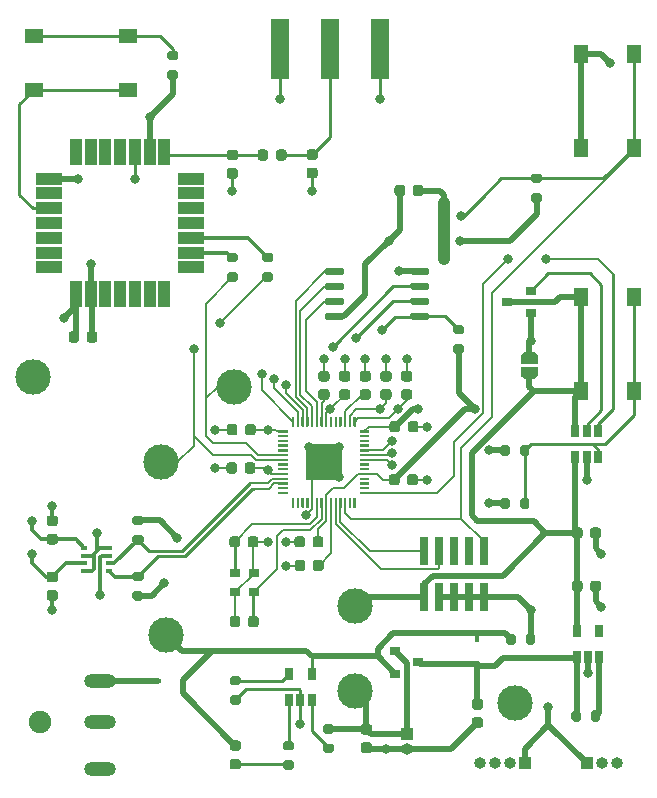
<source format=gtl>
%TF.GenerationSoftware,KiCad,Pcbnew,5.1.10-88a1d61d58~90~ubuntu20.04.1*%
%TF.CreationDate,2022-02-10T11:47:54-08:00*%
%TF.ProjectId,RP2040_WEDS,52503230-3430-45f5-9745-44532e6b6963,rev?*%
%TF.SameCoordinates,Original*%
%TF.FileFunction,Copper,L1,Top*%
%TF.FilePolarity,Positive*%
%FSLAX46Y46*%
G04 Gerber Fmt 4.6, Leading zero omitted, Abs format (unit mm)*
G04 Created by KiCad (PCBNEW 5.1.10-88a1d61d58~90~ubuntu20.04.1) date 2022-02-10 11:47:54*
%MOMM*%
%LPD*%
G01*
G04 APERTURE LIST*
%TA.AperFunction,ComponentPad*%
%ADD10C,3.000000*%
%TD*%
%TA.AperFunction,SMDPad,CuDef*%
%ADD11R,0.500000X0.350000*%
%TD*%
%TA.AperFunction,SMDPad,CuDef*%
%ADD12R,3.100000X3.100000*%
%TD*%
%TA.AperFunction,SMDPad,CuDef*%
%ADD13R,0.850000X0.650000*%
%TD*%
%TA.AperFunction,SMDPad,CuDef*%
%ADD14R,0.900000X0.800000*%
%TD*%
%TA.AperFunction,SMDPad,CuDef*%
%ADD15C,0.100000*%
%TD*%
%TA.AperFunction,SMDPad,CuDef*%
%ADD16R,1.500000X5.080000*%
%TD*%
%TA.AperFunction,SMDPad,CuDef*%
%ADD17R,0.650000X1.060000*%
%TD*%
%TA.AperFunction,SMDPad,CuDef*%
%ADD18R,2.300000X1.000000*%
%TD*%
%TA.AperFunction,SMDPad,CuDef*%
%ADD19R,1.000000X2.300000*%
%TD*%
%TA.AperFunction,SMDPad,CuDef*%
%ADD20R,1.550000X1.300000*%
%TD*%
%TA.AperFunction,SMDPad,CuDef*%
%ADD21R,1.300000X1.550000*%
%TD*%
%TA.AperFunction,SMDPad,CuDef*%
%ADD22R,0.740000X2.400000*%
%TD*%
%TA.AperFunction,ComponentPad*%
%ADD23O,1.000000X1.000000*%
%TD*%
%TA.AperFunction,ComponentPad*%
%ADD24R,1.000000X1.000000*%
%TD*%
%TA.AperFunction,ComponentPad*%
%ADD25O,2.700000X1.200000*%
%TD*%
%TA.AperFunction,ComponentPad*%
%ADD26C,1.900000*%
%TD*%
%TA.AperFunction,SMDPad,CuDef*%
%ADD27R,0.450000X0.600000*%
%TD*%
%TA.AperFunction,SMDPad,CuDef*%
%ADD28R,0.600000X0.450000*%
%TD*%
%TA.AperFunction,ViaPad*%
%ADD29C,0.800000*%
%TD*%
%TA.AperFunction,Conductor*%
%ADD30C,1.000000*%
%TD*%
%TA.AperFunction,Conductor*%
%ADD31C,0.250000*%
%TD*%
%TA.AperFunction,Conductor*%
%ADD32C,0.500000*%
%TD*%
%TA.AperFunction,Conductor*%
%ADD33C,0.200000*%
%TD*%
%TA.AperFunction,Conductor*%
%ADD34C,0.350000*%
%TD*%
G04 APERTURE END LIST*
D10*
%TO.P,TP1,1*%
%TO.N,VDC*%
X163600000Y-91600000D03*
%TD*%
%TO.P,TP7,1*%
%TO.N,LORA_RX*%
X163200000Y-77000000D03*
%TD*%
%TO.P,TP6,1*%
%TO.N,LORA_TX*%
X169400000Y-70600000D03*
%TD*%
%TO.P,TP5,1*%
%TO.N,SOIL_SIG*%
X193200000Y-97400000D03*
%TD*%
%TO.P,TP4,1*%
%TO.N,VDD*%
X152400000Y-69800000D03*
%TD*%
%TO.P,TP3,1*%
%TO.N,+3V3*%
X179600000Y-89200000D03*
%TD*%
%TO.P,R1,2*%
%TO.N,Net-(R1-Pad2)*%
%TA.AperFunction,SMDPad,CuDef*%
G36*
G01*
X177125000Y-100825000D02*
X177675000Y-100825000D01*
G75*
G02*
X177875000Y-101025000I0J-200000D01*
G01*
X177875000Y-101425000D01*
G75*
G02*
X177675000Y-101625000I-200000J0D01*
G01*
X177125000Y-101625000D01*
G75*
G02*
X176925000Y-101425000I0J200000D01*
G01*
X176925000Y-101025000D01*
G75*
G02*
X177125000Y-100825000I200000J0D01*
G01*
G37*
%TD.AperFunction*%
%TO.P,R1,1*%
%TO.N,+BATT*%
%TA.AperFunction,SMDPad,CuDef*%
G36*
G01*
X177125000Y-99175000D02*
X177675000Y-99175000D01*
G75*
G02*
X177875000Y-99375000I0J-200000D01*
G01*
X177875000Y-99775000D01*
G75*
G02*
X177675000Y-99975000I-200000J0D01*
G01*
X177125000Y-99975000D01*
G75*
G02*
X176925000Y-99775000I0J200000D01*
G01*
X176925000Y-99375000D01*
G75*
G02*
X177125000Y-99175000I200000J0D01*
G01*
G37*
%TD.AperFunction*%
%TD*%
%TO.P,TP2,1*%
%TO.N,+BATT*%
X179600000Y-96400000D03*
%TD*%
%TO.P,C1,2*%
%TO.N,GND*%
%TA.AperFunction,SMDPad,CuDef*%
G36*
G01*
X182500000Y-70175000D02*
X182000000Y-70175000D01*
G75*
G02*
X181775000Y-69950000I0J225000D01*
G01*
X181775000Y-69500000D01*
G75*
G02*
X182000000Y-69275000I225000J0D01*
G01*
X182500000Y-69275000D01*
G75*
G02*
X182725000Y-69500000I0J-225000D01*
G01*
X182725000Y-69950000D01*
G75*
G02*
X182500000Y-70175000I-225000J0D01*
G01*
G37*
%TD.AperFunction*%
%TO.P,C1,1*%
%TO.N,VDD*%
%TA.AperFunction,SMDPad,CuDef*%
G36*
G01*
X182500000Y-71725000D02*
X182000000Y-71725000D01*
G75*
G02*
X181775000Y-71500000I0J225000D01*
G01*
X181775000Y-71050000D01*
G75*
G02*
X182000000Y-70825000I225000J0D01*
G01*
X182500000Y-70825000D01*
G75*
G02*
X182725000Y-71050000I0J-225000D01*
G01*
X182725000Y-71500000D01*
G75*
G02*
X182500000Y-71725000I-225000J0D01*
G01*
G37*
%TD.AperFunction*%
%TD*%
D11*
%TO.P,U4,5*%
%TO.N,GND*%
X156725000Y-86225000D03*
%TO.P,U4,6*%
%TO.N,VDD*%
X156725000Y-85575000D03*
%TO.P,U4,7*%
%TO.N,GND*%
X156725000Y-84925000D03*
%TO.P,U4,8*%
%TO.N,VDD*%
X156725000Y-84275000D03*
%TO.P,U4,1*%
%TO.N,GND*%
X158775000Y-84275000D03*
%TO.P,U4,2*%
%TO.N,VDD*%
X158775000Y-84925000D03*
%TO.P,U4,3*%
%TO.N,SDA*%
X158775000Y-85575000D03*
%TO.P,U4,4*%
%TO.N,SCL*%
X158775000Y-86225000D03*
%TD*%
D12*
%TO.P,U1,57*%
%TO.N,GND*%
X177000000Y-77000000D03*
%TO.P,U1,42*%
%TO.N,VDD*%
%TA.AperFunction,SMDPad,CuDef*%
G36*
G01*
X180015000Y-74494000D02*
X180015000Y-74306000D01*
G75*
G02*
X180021000Y-74300000I6000J0D01*
G01*
X180849000Y-74300000D01*
G75*
G02*
X180855000Y-74306000I0J-6000D01*
G01*
X180855000Y-74494000D01*
G75*
G02*
X180849000Y-74500000I-6000J0D01*
G01*
X180021000Y-74500000D01*
G75*
G02*
X180015000Y-74494000I0J6000D01*
G01*
G37*
%TD.AperFunction*%
%TO.P,U1,41*%
%TO.N,Net-(U1-Pad41)*%
%TA.AperFunction,SMDPad,CuDef*%
G36*
G01*
X180015000Y-74894000D02*
X180015000Y-74706000D01*
G75*
G02*
X180021000Y-74700000I6000J0D01*
G01*
X180849000Y-74700000D01*
G75*
G02*
X180855000Y-74706000I0J-6000D01*
G01*
X180855000Y-74894000D01*
G75*
G02*
X180849000Y-74900000I-6000J0D01*
G01*
X180021000Y-74900000D01*
G75*
G02*
X180015000Y-74894000I0J6000D01*
G01*
G37*
%TD.AperFunction*%
%TO.P,U1,40*%
%TO.N,Net-(U1-Pad40)*%
%TA.AperFunction,SMDPad,CuDef*%
G36*
G01*
X180015000Y-75294000D02*
X180015000Y-75106000D01*
G75*
G02*
X180021000Y-75100000I6000J0D01*
G01*
X180849000Y-75100000D01*
G75*
G02*
X180855000Y-75106000I0J-6000D01*
G01*
X180855000Y-75294000D01*
G75*
G02*
X180849000Y-75300000I-6000J0D01*
G01*
X180021000Y-75300000D01*
G75*
G02*
X180015000Y-75294000I0J6000D01*
G01*
G37*
%TD.AperFunction*%
%TO.P,U1,39*%
%TO.N,Net-(U1-Pad39)*%
%TA.AperFunction,SMDPad,CuDef*%
G36*
G01*
X180015000Y-75694000D02*
X180015000Y-75506000D01*
G75*
G02*
X180021000Y-75500000I6000J0D01*
G01*
X180849000Y-75500000D01*
G75*
G02*
X180855000Y-75506000I0J-6000D01*
G01*
X180855000Y-75694000D01*
G75*
G02*
X180849000Y-75700000I-6000J0D01*
G01*
X180021000Y-75700000D01*
G75*
G02*
X180015000Y-75694000I0J6000D01*
G01*
G37*
%TD.AperFunction*%
%TO.P,U1,38*%
%TO.N,SOIL_SIG*%
%TA.AperFunction,SMDPad,CuDef*%
G36*
G01*
X180015000Y-76094000D02*
X180015000Y-75906000D01*
G75*
G02*
X180021000Y-75900000I6000J0D01*
G01*
X180849000Y-75900000D01*
G75*
G02*
X180855000Y-75906000I0J-6000D01*
G01*
X180855000Y-76094000D01*
G75*
G02*
X180849000Y-76100000I-6000J0D01*
G01*
X180021000Y-76100000D01*
G75*
G02*
X180015000Y-76094000I0J6000D01*
G01*
G37*
%TD.AperFunction*%
%TO.P,U1,37*%
%TO.N,SCL_SOIL*%
%TA.AperFunction,SMDPad,CuDef*%
G36*
G01*
X180015000Y-76494000D02*
X180015000Y-76306000D01*
G75*
G02*
X180021000Y-76300000I6000J0D01*
G01*
X180849000Y-76300000D01*
G75*
G02*
X180855000Y-76306000I0J-6000D01*
G01*
X180855000Y-76494000D01*
G75*
G02*
X180849000Y-76500000I-6000J0D01*
G01*
X180021000Y-76500000D01*
G75*
G02*
X180015000Y-76494000I0J6000D01*
G01*
G37*
%TD.AperFunction*%
%TO.P,U1,36*%
%TO.N,SDA_SOIL*%
%TA.AperFunction,SMDPad,CuDef*%
G36*
G01*
X180015000Y-76894000D02*
X180015000Y-76706000D01*
G75*
G02*
X180021000Y-76700000I6000J0D01*
G01*
X180849000Y-76700000D01*
G75*
G02*
X180855000Y-76706000I0J-6000D01*
G01*
X180855000Y-76894000D01*
G75*
G02*
X180849000Y-76900000I-6000J0D01*
G01*
X180021000Y-76900000D01*
G75*
G02*
X180015000Y-76894000I0J6000D01*
G01*
G37*
%TD.AperFunction*%
%TO.P,U1,35*%
%TO.N,Net-(U1-Pad35)*%
%TA.AperFunction,SMDPad,CuDef*%
G36*
G01*
X180015000Y-77294000D02*
X180015000Y-77106000D01*
G75*
G02*
X180021000Y-77100000I6000J0D01*
G01*
X180849000Y-77100000D01*
G75*
G02*
X180855000Y-77106000I0J-6000D01*
G01*
X180855000Y-77294000D01*
G75*
G02*
X180849000Y-77300000I-6000J0D01*
G01*
X180021000Y-77300000D01*
G75*
G02*
X180015000Y-77294000I0J6000D01*
G01*
G37*
%TD.AperFunction*%
%TO.P,U1,34*%
%TO.N,Net-(U1-Pad34)*%
%TA.AperFunction,SMDPad,CuDef*%
G36*
G01*
X180015000Y-77694000D02*
X180015000Y-77506000D01*
G75*
G02*
X180021000Y-77500000I6000J0D01*
G01*
X180849000Y-77500000D01*
G75*
G02*
X180855000Y-77506000I0J-6000D01*
G01*
X180855000Y-77694000D01*
G75*
G02*
X180849000Y-77700000I-6000J0D01*
G01*
X180021000Y-77700000D01*
G75*
G02*
X180015000Y-77694000I0J6000D01*
G01*
G37*
%TD.AperFunction*%
%TO.P,U1,33*%
%TO.N,VDD*%
%TA.AperFunction,SMDPad,CuDef*%
G36*
G01*
X180015000Y-78094000D02*
X180015000Y-77906000D01*
G75*
G02*
X180021000Y-77900000I6000J0D01*
G01*
X180849000Y-77900000D01*
G75*
G02*
X180855000Y-77906000I0J-6000D01*
G01*
X180855000Y-78094000D01*
G75*
G02*
X180849000Y-78100000I-6000J0D01*
G01*
X180021000Y-78100000D01*
G75*
G02*
X180015000Y-78094000I0J6000D01*
G01*
G37*
%TD.AperFunction*%
%TO.P,U1,32*%
%TO.N,Net-(U1-Pad32)*%
%TA.AperFunction,SMDPad,CuDef*%
G36*
G01*
X180015000Y-78494000D02*
X180015000Y-78306000D01*
G75*
G02*
X180021000Y-78300000I6000J0D01*
G01*
X180849000Y-78300000D01*
G75*
G02*
X180855000Y-78306000I0J-6000D01*
G01*
X180855000Y-78494000D01*
G75*
G02*
X180849000Y-78500000I-6000J0D01*
G01*
X180021000Y-78500000D01*
G75*
G02*
X180015000Y-78494000I0J6000D01*
G01*
G37*
%TD.AperFunction*%
%TO.P,U1,31*%
%TO.N,Net-(U1-Pad31)*%
%TA.AperFunction,SMDPad,CuDef*%
G36*
G01*
X180015000Y-78894000D02*
X180015000Y-78706000D01*
G75*
G02*
X180021000Y-78700000I6000J0D01*
G01*
X180849000Y-78700000D01*
G75*
G02*
X180855000Y-78706000I0J-6000D01*
G01*
X180855000Y-78894000D01*
G75*
G02*
X180849000Y-78900000I-6000J0D01*
G01*
X180021000Y-78900000D01*
G75*
G02*
X180015000Y-78894000I0J6000D01*
G01*
G37*
%TD.AperFunction*%
%TO.P,U1,30*%
%TO.N,Net-(U1-Pad30)*%
%TA.AperFunction,SMDPad,CuDef*%
G36*
G01*
X180015000Y-79294000D02*
X180015000Y-79106000D01*
G75*
G02*
X180021000Y-79100000I6000J0D01*
G01*
X180849000Y-79100000D01*
G75*
G02*
X180855000Y-79106000I0J-6000D01*
G01*
X180855000Y-79294000D01*
G75*
G02*
X180849000Y-79300000I-6000J0D01*
G01*
X180021000Y-79300000D01*
G75*
G02*
X180015000Y-79294000I0J6000D01*
G01*
G37*
%TD.AperFunction*%
%TO.P,U1,29*%
%TO.N,DONE*%
%TA.AperFunction,SMDPad,CuDef*%
G36*
G01*
X180015000Y-79694000D02*
X180015000Y-79506000D01*
G75*
G02*
X180021000Y-79500000I6000J0D01*
G01*
X180849000Y-79500000D01*
G75*
G02*
X180855000Y-79506000I0J-6000D01*
G01*
X180855000Y-79694000D01*
G75*
G02*
X180849000Y-79700000I-6000J0D01*
G01*
X180021000Y-79700000D01*
G75*
G02*
X180015000Y-79694000I0J6000D01*
G01*
G37*
%TD.AperFunction*%
%TO.P,U1,14*%
%TO.N,Net-(U1-Pad14)*%
%TA.AperFunction,SMDPad,CuDef*%
G36*
G01*
X173145000Y-79694000D02*
X173145000Y-79506000D01*
G75*
G02*
X173151000Y-79500000I6000J0D01*
G01*
X173979000Y-79500000D01*
G75*
G02*
X173985000Y-79506000I0J-6000D01*
G01*
X173985000Y-79694000D01*
G75*
G02*
X173979000Y-79700000I-6000J0D01*
G01*
X173151000Y-79700000D01*
G75*
G02*
X173145000Y-79694000I0J6000D01*
G01*
G37*
%TD.AperFunction*%
%TO.P,U1,13*%
%TO.N,Net-(U1-Pad13)*%
%TA.AperFunction,SMDPad,CuDef*%
G36*
G01*
X173145000Y-79294000D02*
X173145000Y-79106000D01*
G75*
G02*
X173151000Y-79100000I6000J0D01*
G01*
X173979000Y-79100000D01*
G75*
G02*
X173985000Y-79106000I0J-6000D01*
G01*
X173985000Y-79294000D01*
G75*
G02*
X173979000Y-79300000I-6000J0D01*
G01*
X173151000Y-79300000D01*
G75*
G02*
X173145000Y-79294000I0J6000D01*
G01*
G37*
%TD.AperFunction*%
%TO.P,U1,12*%
%TO.N,SCL*%
%TA.AperFunction,SMDPad,CuDef*%
G36*
G01*
X173145000Y-78894000D02*
X173145000Y-78706000D01*
G75*
G02*
X173151000Y-78700000I6000J0D01*
G01*
X173979000Y-78700000D01*
G75*
G02*
X173985000Y-78706000I0J-6000D01*
G01*
X173985000Y-78894000D01*
G75*
G02*
X173979000Y-78900000I-6000J0D01*
G01*
X173151000Y-78900000D01*
G75*
G02*
X173145000Y-78894000I0J6000D01*
G01*
G37*
%TD.AperFunction*%
%TO.P,U1,11*%
%TO.N,SDA*%
%TA.AperFunction,SMDPad,CuDef*%
G36*
G01*
X173145000Y-78494000D02*
X173145000Y-78306000D01*
G75*
G02*
X173151000Y-78300000I6000J0D01*
G01*
X173979000Y-78300000D01*
G75*
G02*
X173985000Y-78306000I0J-6000D01*
G01*
X173985000Y-78494000D01*
G75*
G02*
X173979000Y-78500000I-6000J0D01*
G01*
X173151000Y-78500000D01*
G75*
G02*
X173145000Y-78494000I0J6000D01*
G01*
G37*
%TD.AperFunction*%
%TO.P,U1,10*%
%TO.N,VDD*%
%TA.AperFunction,SMDPad,CuDef*%
G36*
G01*
X173145000Y-78094000D02*
X173145000Y-77906000D01*
G75*
G02*
X173151000Y-77900000I6000J0D01*
G01*
X173979000Y-77900000D01*
G75*
G02*
X173985000Y-77906000I0J-6000D01*
G01*
X173985000Y-78094000D01*
G75*
G02*
X173979000Y-78100000I-6000J0D01*
G01*
X173151000Y-78100000D01*
G75*
G02*
X173145000Y-78094000I0J6000D01*
G01*
G37*
%TD.AperFunction*%
%TO.P,U1,9*%
%TO.N,Net-(U1-Pad9)*%
%TA.AperFunction,SMDPad,CuDef*%
G36*
G01*
X173145000Y-77694000D02*
X173145000Y-77506000D01*
G75*
G02*
X173151000Y-77500000I6000J0D01*
G01*
X173979000Y-77500000D01*
G75*
G02*
X173985000Y-77506000I0J-6000D01*
G01*
X173985000Y-77694000D01*
G75*
G02*
X173979000Y-77700000I-6000J0D01*
G01*
X173151000Y-77700000D01*
G75*
G02*
X173145000Y-77694000I0J6000D01*
G01*
G37*
%TD.AperFunction*%
%TO.P,U1,8*%
%TO.N,Net-(U1-Pad8)*%
%TA.AperFunction,SMDPad,CuDef*%
G36*
G01*
X173145000Y-77294000D02*
X173145000Y-77106000D01*
G75*
G02*
X173151000Y-77100000I6000J0D01*
G01*
X173979000Y-77100000D01*
G75*
G02*
X173985000Y-77106000I0J-6000D01*
G01*
X173985000Y-77294000D01*
G75*
G02*
X173979000Y-77300000I-6000J0D01*
G01*
X173151000Y-77300000D01*
G75*
G02*
X173145000Y-77294000I0J6000D01*
G01*
G37*
%TD.AperFunction*%
%TO.P,U1,7*%
%TO.N,LORA_RX*%
%TA.AperFunction,SMDPad,CuDef*%
G36*
G01*
X173145000Y-76894000D02*
X173145000Y-76706000D01*
G75*
G02*
X173151000Y-76700000I6000J0D01*
G01*
X173979000Y-76700000D01*
G75*
G02*
X173985000Y-76706000I0J-6000D01*
G01*
X173985000Y-76894000D01*
G75*
G02*
X173979000Y-76900000I-6000J0D01*
G01*
X173151000Y-76900000D01*
G75*
G02*
X173145000Y-76894000I0J6000D01*
G01*
G37*
%TD.AperFunction*%
%TO.P,U1,6*%
%TO.N,LORA_TX*%
%TA.AperFunction,SMDPad,CuDef*%
G36*
G01*
X173145000Y-76494000D02*
X173145000Y-76306000D01*
G75*
G02*
X173151000Y-76300000I6000J0D01*
G01*
X173979000Y-76300000D01*
G75*
G02*
X173985000Y-76306000I0J-6000D01*
G01*
X173985000Y-76494000D01*
G75*
G02*
X173979000Y-76500000I-6000J0D01*
G01*
X173151000Y-76500000D01*
G75*
G02*
X173145000Y-76494000I0J6000D01*
G01*
G37*
%TD.AperFunction*%
%TO.P,U1,5*%
%TO.N,Net-(U1-Pad5)*%
%TA.AperFunction,SMDPad,CuDef*%
G36*
G01*
X173145000Y-76094000D02*
X173145000Y-75906000D01*
G75*
G02*
X173151000Y-75900000I6000J0D01*
G01*
X173979000Y-75900000D01*
G75*
G02*
X173985000Y-75906000I0J-6000D01*
G01*
X173985000Y-76094000D01*
G75*
G02*
X173979000Y-76100000I-6000J0D01*
G01*
X173151000Y-76100000D01*
G75*
G02*
X173145000Y-76094000I0J6000D01*
G01*
G37*
%TD.AperFunction*%
%TO.P,U1,4*%
%TO.N,Net-(U1-Pad4)*%
%TA.AperFunction,SMDPad,CuDef*%
G36*
G01*
X173145000Y-75694000D02*
X173145000Y-75506000D01*
G75*
G02*
X173151000Y-75500000I6000J0D01*
G01*
X173979000Y-75500000D01*
G75*
G02*
X173985000Y-75506000I0J-6000D01*
G01*
X173985000Y-75694000D01*
G75*
G02*
X173979000Y-75700000I-6000J0D01*
G01*
X173151000Y-75700000D01*
G75*
G02*
X173145000Y-75694000I0J6000D01*
G01*
G37*
%TD.AperFunction*%
%TO.P,U1,3*%
%TO.N,Net-(U1-Pad3)*%
%TA.AperFunction,SMDPad,CuDef*%
G36*
G01*
X173145000Y-75294000D02*
X173145000Y-75106000D01*
G75*
G02*
X173151000Y-75100000I6000J0D01*
G01*
X173979000Y-75100000D01*
G75*
G02*
X173985000Y-75106000I0J-6000D01*
G01*
X173985000Y-75294000D01*
G75*
G02*
X173979000Y-75300000I-6000J0D01*
G01*
X173151000Y-75300000D01*
G75*
G02*
X173145000Y-75294000I0J6000D01*
G01*
G37*
%TD.AperFunction*%
%TO.P,U1,2*%
%TO.N,Net-(U1-Pad2)*%
%TA.AperFunction,SMDPad,CuDef*%
G36*
G01*
X173145000Y-74894000D02*
X173145000Y-74706000D01*
G75*
G02*
X173151000Y-74700000I6000J0D01*
G01*
X173979000Y-74700000D01*
G75*
G02*
X173985000Y-74706000I0J-6000D01*
G01*
X173985000Y-74894000D01*
G75*
G02*
X173979000Y-74900000I-6000J0D01*
G01*
X173151000Y-74900000D01*
G75*
G02*
X173145000Y-74894000I0J6000D01*
G01*
G37*
%TD.AperFunction*%
%TO.P,U1,1*%
%TO.N,VDD*%
%TA.AperFunction,SMDPad,CuDef*%
G36*
G01*
X173145000Y-74494000D02*
X173145000Y-74306000D01*
G75*
G02*
X173151000Y-74300000I6000J0D01*
G01*
X173979000Y-74300000D01*
G75*
G02*
X173985000Y-74306000I0J-6000D01*
G01*
X173985000Y-74494000D01*
G75*
G02*
X173979000Y-74500000I-6000J0D01*
G01*
X173151000Y-74500000D01*
G75*
G02*
X173145000Y-74494000I0J6000D01*
G01*
G37*
%TD.AperFunction*%
%TO.P,U1,56*%
%TO.N,QSPI_CSN*%
%TA.AperFunction,SMDPad,CuDef*%
G36*
G01*
X174300000Y-73965000D02*
X174300000Y-73165000D01*
G75*
G02*
X174320000Y-73145000I20000J0D01*
G01*
X174480000Y-73145000D01*
G75*
G02*
X174500000Y-73165000I0J-20000D01*
G01*
X174500000Y-73965000D01*
G75*
G02*
X174480000Y-73985000I-20000J0D01*
G01*
X174320000Y-73985000D01*
G75*
G02*
X174300000Y-73965000I0J20000D01*
G01*
G37*
%TD.AperFunction*%
%TO.P,U1,55*%
%TO.N,QSPI_SD1*%
%TA.AperFunction,SMDPad,CuDef*%
G36*
G01*
X174700000Y-73965000D02*
X174700000Y-73165000D01*
G75*
G02*
X174720000Y-73145000I20000J0D01*
G01*
X174880000Y-73145000D01*
G75*
G02*
X174900000Y-73165000I0J-20000D01*
G01*
X174900000Y-73965000D01*
G75*
G02*
X174880000Y-73985000I-20000J0D01*
G01*
X174720000Y-73985000D01*
G75*
G02*
X174700000Y-73965000I0J20000D01*
G01*
G37*
%TD.AperFunction*%
%TO.P,U1,54*%
%TO.N,QSPI_SD2*%
%TA.AperFunction,SMDPad,CuDef*%
G36*
G01*
X175100000Y-73965000D02*
X175100000Y-73165000D01*
G75*
G02*
X175120000Y-73145000I20000J0D01*
G01*
X175280000Y-73145000D01*
G75*
G02*
X175300000Y-73165000I0J-20000D01*
G01*
X175300000Y-73965000D01*
G75*
G02*
X175280000Y-73985000I-20000J0D01*
G01*
X175120000Y-73985000D01*
G75*
G02*
X175100000Y-73965000I0J20000D01*
G01*
G37*
%TD.AperFunction*%
%TO.P,U1,53*%
%TO.N,QSPI_SD0*%
%TA.AperFunction,SMDPad,CuDef*%
G36*
G01*
X175500000Y-73965000D02*
X175500000Y-73165000D01*
G75*
G02*
X175520000Y-73145000I20000J0D01*
G01*
X175680000Y-73145000D01*
G75*
G02*
X175700000Y-73165000I0J-20000D01*
G01*
X175700000Y-73965000D01*
G75*
G02*
X175680000Y-73985000I-20000J0D01*
G01*
X175520000Y-73985000D01*
G75*
G02*
X175500000Y-73965000I0J20000D01*
G01*
G37*
%TD.AperFunction*%
%TO.P,U1,52*%
%TO.N,QSPI_CLK*%
%TA.AperFunction,SMDPad,CuDef*%
G36*
G01*
X175900000Y-73965000D02*
X175900000Y-73165000D01*
G75*
G02*
X175920000Y-73145000I20000J0D01*
G01*
X176080000Y-73145000D01*
G75*
G02*
X176100000Y-73165000I0J-20000D01*
G01*
X176100000Y-73965000D01*
G75*
G02*
X176080000Y-73985000I-20000J0D01*
G01*
X175920000Y-73985000D01*
G75*
G02*
X175900000Y-73965000I0J20000D01*
G01*
G37*
%TD.AperFunction*%
%TO.P,U1,51*%
%TO.N,QSPI_SD3*%
%TA.AperFunction,SMDPad,CuDef*%
G36*
G01*
X176300000Y-73965000D02*
X176300000Y-73165000D01*
G75*
G02*
X176320000Y-73145000I20000J0D01*
G01*
X176480000Y-73145000D01*
G75*
G02*
X176500000Y-73165000I0J-20000D01*
G01*
X176500000Y-73965000D01*
G75*
G02*
X176480000Y-73985000I-20000J0D01*
G01*
X176320000Y-73985000D01*
G75*
G02*
X176300000Y-73965000I0J20000D01*
G01*
G37*
%TD.AperFunction*%
%TO.P,U1,50*%
%TO.N,Net-(C10-Pad1)*%
%TA.AperFunction,SMDPad,CuDef*%
G36*
G01*
X176700000Y-73965000D02*
X176700000Y-73165000D01*
G75*
G02*
X176720000Y-73145000I20000J0D01*
G01*
X176880000Y-73145000D01*
G75*
G02*
X176900000Y-73165000I0J-20000D01*
G01*
X176900000Y-73965000D01*
G75*
G02*
X176880000Y-73985000I-20000J0D01*
G01*
X176720000Y-73985000D01*
G75*
G02*
X176700000Y-73965000I0J20000D01*
G01*
G37*
%TD.AperFunction*%
%TO.P,U1,49*%
%TO.N,VDD*%
%TA.AperFunction,SMDPad,CuDef*%
G36*
G01*
X177100000Y-73965000D02*
X177100000Y-73165000D01*
G75*
G02*
X177120000Y-73145000I20000J0D01*
G01*
X177280000Y-73145000D01*
G75*
G02*
X177300000Y-73165000I0J-20000D01*
G01*
X177300000Y-73965000D01*
G75*
G02*
X177280000Y-73985000I-20000J0D01*
G01*
X177120000Y-73985000D01*
G75*
G02*
X177100000Y-73965000I0J20000D01*
G01*
G37*
%TD.AperFunction*%
%TO.P,U1,48*%
%TO.N,Net-(U1-Pad48)*%
%TA.AperFunction,SMDPad,CuDef*%
G36*
G01*
X177500000Y-73965000D02*
X177500000Y-73165000D01*
G75*
G02*
X177520000Y-73145000I20000J0D01*
G01*
X177680000Y-73145000D01*
G75*
G02*
X177700000Y-73165000I0J-20000D01*
G01*
X177700000Y-73965000D01*
G75*
G02*
X177680000Y-73985000I-20000J0D01*
G01*
X177520000Y-73985000D01*
G75*
G02*
X177500000Y-73965000I0J20000D01*
G01*
G37*
%TD.AperFunction*%
%TO.P,U1,47*%
%TO.N,Net-(U1-Pad47)*%
%TA.AperFunction,SMDPad,CuDef*%
G36*
G01*
X177900000Y-73965000D02*
X177900000Y-73165000D01*
G75*
G02*
X177920000Y-73145000I20000J0D01*
G01*
X178080000Y-73145000D01*
G75*
G02*
X178100000Y-73165000I0J-20000D01*
G01*
X178100000Y-73965000D01*
G75*
G02*
X178080000Y-73985000I-20000J0D01*
G01*
X177920000Y-73985000D01*
G75*
G02*
X177900000Y-73965000I0J20000D01*
G01*
G37*
%TD.AperFunction*%
%TO.P,U1,46*%
%TO.N,Net-(U1-Pad46)*%
%TA.AperFunction,SMDPad,CuDef*%
G36*
G01*
X178300000Y-73965000D02*
X178300000Y-73165000D01*
G75*
G02*
X178320000Y-73145000I20000J0D01*
G01*
X178480000Y-73145000D01*
G75*
G02*
X178500000Y-73165000I0J-20000D01*
G01*
X178500000Y-73965000D01*
G75*
G02*
X178480000Y-73985000I-20000J0D01*
G01*
X178320000Y-73985000D01*
G75*
G02*
X178300000Y-73965000I0J20000D01*
G01*
G37*
%TD.AperFunction*%
%TO.P,U1,45*%
%TO.N,Net-(C12-Pad1)*%
%TA.AperFunction,SMDPad,CuDef*%
G36*
G01*
X178700000Y-73965000D02*
X178700000Y-73165000D01*
G75*
G02*
X178720000Y-73145000I20000J0D01*
G01*
X178880000Y-73145000D01*
G75*
G02*
X178900000Y-73165000I0J-20000D01*
G01*
X178900000Y-73965000D01*
G75*
G02*
X178880000Y-73985000I-20000J0D01*
G01*
X178720000Y-73985000D01*
G75*
G02*
X178700000Y-73965000I0J20000D01*
G01*
G37*
%TD.AperFunction*%
%TO.P,U1,44*%
%TO.N,VDD*%
%TA.AperFunction,SMDPad,CuDef*%
G36*
G01*
X179100000Y-73965000D02*
X179100000Y-73165000D01*
G75*
G02*
X179120000Y-73145000I20000J0D01*
G01*
X179280000Y-73145000D01*
G75*
G02*
X179300000Y-73165000I0J-20000D01*
G01*
X179300000Y-73965000D01*
G75*
G02*
X179280000Y-73985000I-20000J0D01*
G01*
X179120000Y-73985000D01*
G75*
G02*
X179100000Y-73965000I0J20000D01*
G01*
G37*
%TD.AperFunction*%
%TO.P,U1,43*%
%TA.AperFunction,SMDPad,CuDef*%
G36*
G01*
X179500000Y-73965000D02*
X179500000Y-73165000D01*
G75*
G02*
X179520000Y-73145000I20000J0D01*
G01*
X179680000Y-73145000D01*
G75*
G02*
X179700000Y-73165000I0J-20000D01*
G01*
X179700000Y-73965000D01*
G75*
G02*
X179680000Y-73985000I-20000J0D01*
G01*
X179520000Y-73985000D01*
G75*
G02*
X179500000Y-73965000I0J20000D01*
G01*
G37*
%TD.AperFunction*%
%TO.P,U1,28*%
%TO.N,Net-(U1-Pad28)*%
%TA.AperFunction,SMDPad,CuDef*%
G36*
G01*
X179500000Y-80835000D02*
X179500000Y-80035000D01*
G75*
G02*
X179520000Y-80015000I20000J0D01*
G01*
X179680000Y-80015000D01*
G75*
G02*
X179700000Y-80035000I0J-20000D01*
G01*
X179700000Y-80835000D01*
G75*
G02*
X179680000Y-80855000I-20000J0D01*
G01*
X179520000Y-80855000D01*
G75*
G02*
X179500000Y-80835000I0J20000D01*
G01*
G37*
%TD.AperFunction*%
%TO.P,U1,27*%
%TO.N,Net-(U1-Pad27)*%
%TA.AperFunction,SMDPad,CuDef*%
G36*
G01*
X179100000Y-80835000D02*
X179100000Y-80035000D01*
G75*
G02*
X179120000Y-80015000I20000J0D01*
G01*
X179280000Y-80015000D01*
G75*
G02*
X179300000Y-80035000I0J-20000D01*
G01*
X179300000Y-80835000D01*
G75*
G02*
X179280000Y-80855000I-20000J0D01*
G01*
X179120000Y-80855000D01*
G75*
G02*
X179100000Y-80835000I0J20000D01*
G01*
G37*
%TD.AperFunction*%
%TO.P,U1,26*%
%TO.N,RESET*%
%TA.AperFunction,SMDPad,CuDef*%
G36*
G01*
X178700000Y-80835000D02*
X178700000Y-80035000D01*
G75*
G02*
X178720000Y-80015000I20000J0D01*
G01*
X178880000Y-80015000D01*
G75*
G02*
X178900000Y-80035000I0J-20000D01*
G01*
X178900000Y-80835000D01*
G75*
G02*
X178880000Y-80855000I-20000J0D01*
G01*
X178720000Y-80855000D01*
G75*
G02*
X178700000Y-80835000I0J20000D01*
G01*
G37*
%TD.AperFunction*%
%TO.P,U1,25*%
%TO.N,SWD_DIO*%
%TA.AperFunction,SMDPad,CuDef*%
G36*
G01*
X178300000Y-80835000D02*
X178300000Y-80035000D01*
G75*
G02*
X178320000Y-80015000I20000J0D01*
G01*
X178480000Y-80015000D01*
G75*
G02*
X178500000Y-80035000I0J-20000D01*
G01*
X178500000Y-80835000D01*
G75*
G02*
X178480000Y-80855000I-20000J0D01*
G01*
X178320000Y-80855000D01*
G75*
G02*
X178300000Y-80835000I0J20000D01*
G01*
G37*
%TD.AperFunction*%
%TO.P,U1,24*%
%TO.N,SWD_CLK*%
%TA.AperFunction,SMDPad,CuDef*%
G36*
G01*
X177900000Y-80835000D02*
X177900000Y-80035000D01*
G75*
G02*
X177920000Y-80015000I20000J0D01*
G01*
X178080000Y-80015000D01*
G75*
G02*
X178100000Y-80035000I0J-20000D01*
G01*
X178100000Y-80835000D01*
G75*
G02*
X178080000Y-80855000I-20000J0D01*
G01*
X177920000Y-80855000D01*
G75*
G02*
X177900000Y-80835000I0J20000D01*
G01*
G37*
%TD.AperFunction*%
%TO.P,U1,23*%
%TO.N,Net-(C10-Pad1)*%
%TA.AperFunction,SMDPad,CuDef*%
G36*
G01*
X177500000Y-80835000D02*
X177500000Y-80035000D01*
G75*
G02*
X177520000Y-80015000I20000J0D01*
G01*
X177680000Y-80015000D01*
G75*
G02*
X177700000Y-80035000I0J-20000D01*
G01*
X177700000Y-80835000D01*
G75*
G02*
X177680000Y-80855000I-20000J0D01*
G01*
X177520000Y-80855000D01*
G75*
G02*
X177500000Y-80835000I0J20000D01*
G01*
G37*
%TD.AperFunction*%
%TO.P,U1,22*%
%TO.N,VDD*%
%TA.AperFunction,SMDPad,CuDef*%
G36*
G01*
X177100000Y-80835000D02*
X177100000Y-80035000D01*
G75*
G02*
X177120000Y-80015000I20000J0D01*
G01*
X177280000Y-80015000D01*
G75*
G02*
X177300000Y-80035000I0J-20000D01*
G01*
X177300000Y-80835000D01*
G75*
G02*
X177280000Y-80855000I-20000J0D01*
G01*
X177120000Y-80855000D01*
G75*
G02*
X177100000Y-80835000I0J20000D01*
G01*
G37*
%TD.AperFunction*%
%TO.P,U1,21*%
%TO.N,XOUT*%
%TA.AperFunction,SMDPad,CuDef*%
G36*
G01*
X176700000Y-80835000D02*
X176700000Y-80035000D01*
G75*
G02*
X176720000Y-80015000I20000J0D01*
G01*
X176880000Y-80015000D01*
G75*
G02*
X176900000Y-80035000I0J-20000D01*
G01*
X176900000Y-80835000D01*
G75*
G02*
X176880000Y-80855000I-20000J0D01*
G01*
X176720000Y-80855000D01*
G75*
G02*
X176700000Y-80835000I0J20000D01*
G01*
G37*
%TD.AperFunction*%
%TO.P,U1,20*%
%TO.N,XIN*%
%TA.AperFunction,SMDPad,CuDef*%
G36*
G01*
X176300000Y-80835000D02*
X176300000Y-80035000D01*
G75*
G02*
X176320000Y-80015000I20000J0D01*
G01*
X176480000Y-80015000D01*
G75*
G02*
X176500000Y-80035000I0J-20000D01*
G01*
X176500000Y-80835000D01*
G75*
G02*
X176480000Y-80855000I-20000J0D01*
G01*
X176320000Y-80855000D01*
G75*
G02*
X176300000Y-80835000I0J20000D01*
G01*
G37*
%TD.AperFunction*%
%TO.P,U1,19*%
%TO.N,GND*%
%TA.AperFunction,SMDPad,CuDef*%
G36*
G01*
X175900000Y-80835000D02*
X175900000Y-80035000D01*
G75*
G02*
X175920000Y-80015000I20000J0D01*
G01*
X176080000Y-80015000D01*
G75*
G02*
X176100000Y-80035000I0J-20000D01*
G01*
X176100000Y-80835000D01*
G75*
G02*
X176080000Y-80855000I-20000J0D01*
G01*
X175920000Y-80855000D01*
G75*
G02*
X175900000Y-80835000I0J20000D01*
G01*
G37*
%TD.AperFunction*%
%TO.P,U1,18*%
%TO.N,Net-(U1-Pad18)*%
%TA.AperFunction,SMDPad,CuDef*%
G36*
G01*
X175500000Y-80835000D02*
X175500000Y-80035000D01*
G75*
G02*
X175520000Y-80015000I20000J0D01*
G01*
X175680000Y-80015000D01*
G75*
G02*
X175700000Y-80035000I0J-20000D01*
G01*
X175700000Y-80835000D01*
G75*
G02*
X175680000Y-80855000I-20000J0D01*
G01*
X175520000Y-80855000D01*
G75*
G02*
X175500000Y-80835000I0J20000D01*
G01*
G37*
%TD.AperFunction*%
%TO.P,U1,17*%
%TO.N,Net-(U1-Pad17)*%
%TA.AperFunction,SMDPad,CuDef*%
G36*
G01*
X175100000Y-80835000D02*
X175100000Y-80035000D01*
G75*
G02*
X175120000Y-80015000I20000J0D01*
G01*
X175280000Y-80015000D01*
G75*
G02*
X175300000Y-80035000I0J-20000D01*
G01*
X175300000Y-80835000D01*
G75*
G02*
X175280000Y-80855000I-20000J0D01*
G01*
X175120000Y-80855000D01*
G75*
G02*
X175100000Y-80835000I0J20000D01*
G01*
G37*
%TD.AperFunction*%
%TO.P,U1,16*%
%TO.N,Net-(U1-Pad16)*%
%TA.AperFunction,SMDPad,CuDef*%
G36*
G01*
X174700000Y-80835000D02*
X174700000Y-80035000D01*
G75*
G02*
X174720000Y-80015000I20000J0D01*
G01*
X174880000Y-80015000D01*
G75*
G02*
X174900000Y-80035000I0J-20000D01*
G01*
X174900000Y-80835000D01*
G75*
G02*
X174880000Y-80855000I-20000J0D01*
G01*
X174720000Y-80855000D01*
G75*
G02*
X174700000Y-80835000I0J20000D01*
G01*
G37*
%TD.AperFunction*%
%TO.P,U1,15*%
%TO.N,Net-(U1-Pad15)*%
%TA.AperFunction,SMDPad,CuDef*%
G36*
G01*
X174300000Y-80835000D02*
X174300000Y-80035000D01*
G75*
G02*
X174320000Y-80015000I20000J0D01*
G01*
X174480000Y-80015000D01*
G75*
G02*
X174500000Y-80035000I0J-20000D01*
G01*
X174500000Y-80835000D01*
G75*
G02*
X174480000Y-80855000I-20000J0D01*
G01*
X174320000Y-80855000D01*
G75*
G02*
X174300000Y-80835000I0J20000D01*
G01*
G37*
%TD.AperFunction*%
%TD*%
%TO.P,U3,8*%
%TO.N,VDD*%
%TA.AperFunction,SMDPad,CuDef*%
G36*
G01*
X178700000Y-64505000D02*
X178700000Y-64805000D01*
G75*
G02*
X178550000Y-64955000I-150000J0D01*
G01*
X177250000Y-64955000D01*
G75*
G02*
X177100000Y-64805000I0J150000D01*
G01*
X177100000Y-64505000D01*
G75*
G02*
X177250000Y-64355000I150000J0D01*
G01*
X178550000Y-64355000D01*
G75*
G02*
X178700000Y-64505000I0J-150000D01*
G01*
G37*
%TD.AperFunction*%
%TO.P,U3,7*%
%TO.N,QSPI_SD3*%
%TA.AperFunction,SMDPad,CuDef*%
G36*
G01*
X178700000Y-63235000D02*
X178700000Y-63535000D01*
G75*
G02*
X178550000Y-63685000I-150000J0D01*
G01*
X177250000Y-63685000D01*
G75*
G02*
X177100000Y-63535000I0J150000D01*
G01*
X177100000Y-63235000D01*
G75*
G02*
X177250000Y-63085000I150000J0D01*
G01*
X178550000Y-63085000D01*
G75*
G02*
X178700000Y-63235000I0J-150000D01*
G01*
G37*
%TD.AperFunction*%
%TO.P,U3,6*%
%TO.N,QSPI_CLK*%
%TA.AperFunction,SMDPad,CuDef*%
G36*
G01*
X178700000Y-61965000D02*
X178700000Y-62265000D01*
G75*
G02*
X178550000Y-62415000I-150000J0D01*
G01*
X177250000Y-62415000D01*
G75*
G02*
X177100000Y-62265000I0J150000D01*
G01*
X177100000Y-61965000D01*
G75*
G02*
X177250000Y-61815000I150000J0D01*
G01*
X178550000Y-61815000D01*
G75*
G02*
X178700000Y-61965000I0J-150000D01*
G01*
G37*
%TD.AperFunction*%
%TO.P,U3,5*%
%TO.N,QSPI_SD0*%
%TA.AperFunction,SMDPad,CuDef*%
G36*
G01*
X178700000Y-60695000D02*
X178700000Y-60995000D01*
G75*
G02*
X178550000Y-61145000I-150000J0D01*
G01*
X177250000Y-61145000D01*
G75*
G02*
X177100000Y-60995000I0J150000D01*
G01*
X177100000Y-60695000D01*
G75*
G02*
X177250000Y-60545000I150000J0D01*
G01*
X178550000Y-60545000D01*
G75*
G02*
X178700000Y-60695000I0J-150000D01*
G01*
G37*
%TD.AperFunction*%
%TO.P,U3,4*%
%TO.N,GND*%
%TA.AperFunction,SMDPad,CuDef*%
G36*
G01*
X185900000Y-60695000D02*
X185900000Y-60995000D01*
G75*
G02*
X185750000Y-61145000I-150000J0D01*
G01*
X184450000Y-61145000D01*
G75*
G02*
X184300000Y-60995000I0J150000D01*
G01*
X184300000Y-60695000D01*
G75*
G02*
X184450000Y-60545000I150000J0D01*
G01*
X185750000Y-60545000D01*
G75*
G02*
X185900000Y-60695000I0J-150000D01*
G01*
G37*
%TD.AperFunction*%
%TO.P,U3,3*%
%TO.N,QSPI_SD2*%
%TA.AperFunction,SMDPad,CuDef*%
G36*
G01*
X185900000Y-61965000D02*
X185900000Y-62265000D01*
G75*
G02*
X185750000Y-62415000I-150000J0D01*
G01*
X184450000Y-62415000D01*
G75*
G02*
X184300000Y-62265000I0J150000D01*
G01*
X184300000Y-61965000D01*
G75*
G02*
X184450000Y-61815000I150000J0D01*
G01*
X185750000Y-61815000D01*
G75*
G02*
X185900000Y-61965000I0J-150000D01*
G01*
G37*
%TD.AperFunction*%
%TO.P,U3,2*%
%TO.N,QSPI_SD1*%
%TA.AperFunction,SMDPad,CuDef*%
G36*
G01*
X185900000Y-63235000D02*
X185900000Y-63535000D01*
G75*
G02*
X185750000Y-63685000I-150000J0D01*
G01*
X184450000Y-63685000D01*
G75*
G02*
X184300000Y-63535000I0J150000D01*
G01*
X184300000Y-63235000D01*
G75*
G02*
X184450000Y-63085000I150000J0D01*
G01*
X185750000Y-63085000D01*
G75*
G02*
X185900000Y-63235000I0J-150000D01*
G01*
G37*
%TD.AperFunction*%
%TO.P,U3,1*%
%TO.N,QSPI_CSN*%
%TA.AperFunction,SMDPad,CuDef*%
G36*
G01*
X185900000Y-64505000D02*
X185900000Y-64805000D01*
G75*
G02*
X185750000Y-64955000I-150000J0D01*
G01*
X184450000Y-64955000D01*
G75*
G02*
X184300000Y-64805000I0J150000D01*
G01*
X184300000Y-64505000D01*
G75*
G02*
X184450000Y-64355000I150000J0D01*
G01*
X185750000Y-64355000D01*
G75*
G02*
X185900000Y-64505000I0J-150000D01*
G01*
G37*
%TD.AperFunction*%
%TD*%
%TO.P,C5,2*%
%TO.N,GND*%
%TA.AperFunction,SMDPad,CuDef*%
G36*
G01*
X175400000Y-83500000D02*
X175400000Y-84000000D01*
G75*
G02*
X175175000Y-84225000I-225000J0D01*
G01*
X174725000Y-84225000D01*
G75*
G02*
X174500000Y-84000000I0J225000D01*
G01*
X174500000Y-83500000D01*
G75*
G02*
X174725000Y-83275000I225000J0D01*
G01*
X175175000Y-83275000D01*
G75*
G02*
X175400000Y-83500000I0J-225000D01*
G01*
G37*
%TD.AperFunction*%
%TO.P,C5,1*%
%TO.N,VDD*%
%TA.AperFunction,SMDPad,CuDef*%
G36*
G01*
X176950000Y-83500000D02*
X176950000Y-84000000D01*
G75*
G02*
X176725000Y-84225000I-225000J0D01*
G01*
X176275000Y-84225000D01*
G75*
G02*
X176050000Y-84000000I0J225000D01*
G01*
X176050000Y-83500000D01*
G75*
G02*
X176275000Y-83275000I225000J0D01*
G01*
X176725000Y-83275000D01*
G75*
G02*
X176950000Y-83500000I0J-225000D01*
G01*
G37*
%TD.AperFunction*%
%TD*%
%TO.P,C8,2*%
%TO.N,GND*%
%TA.AperFunction,SMDPad,CuDef*%
G36*
G01*
X169675000Y-74000000D02*
X169675000Y-74500000D01*
G75*
G02*
X169450000Y-74725000I-225000J0D01*
G01*
X169000000Y-74725000D01*
G75*
G02*
X168775000Y-74500000I0J225000D01*
G01*
X168775000Y-74000000D01*
G75*
G02*
X169000000Y-73775000I225000J0D01*
G01*
X169450000Y-73775000D01*
G75*
G02*
X169675000Y-74000000I0J-225000D01*
G01*
G37*
%TD.AperFunction*%
%TO.P,C8,1*%
%TO.N,VDD*%
%TA.AperFunction,SMDPad,CuDef*%
G36*
G01*
X171225000Y-74000000D02*
X171225000Y-74500000D01*
G75*
G02*
X171000000Y-74725000I-225000J0D01*
G01*
X170550000Y-74725000D01*
G75*
G02*
X170325000Y-74500000I0J225000D01*
G01*
X170325000Y-74000000D01*
G75*
G02*
X170550000Y-73775000I225000J0D01*
G01*
X171000000Y-73775000D01*
G75*
G02*
X171225000Y-74000000I0J-225000D01*
G01*
G37*
%TD.AperFunction*%
%TD*%
%TO.P,C20,2*%
%TO.N,GND*%
%TA.AperFunction,SMDPad,CuDef*%
G36*
G01*
X170550000Y-84000000D02*
X170550000Y-83500000D01*
G75*
G02*
X170775000Y-83275000I225000J0D01*
G01*
X171225000Y-83275000D01*
G75*
G02*
X171450000Y-83500000I0J-225000D01*
G01*
X171450000Y-84000000D01*
G75*
G02*
X171225000Y-84225000I-225000J0D01*
G01*
X170775000Y-84225000D01*
G75*
G02*
X170550000Y-84000000I0J225000D01*
G01*
G37*
%TD.AperFunction*%
%TO.P,C20,1*%
%TO.N,XIN*%
%TA.AperFunction,SMDPad,CuDef*%
G36*
G01*
X169000000Y-84000000D02*
X169000000Y-83500000D01*
G75*
G02*
X169225000Y-83275000I225000J0D01*
G01*
X169675000Y-83275000D01*
G75*
G02*
X169900000Y-83500000I0J-225000D01*
G01*
X169900000Y-84000000D01*
G75*
G02*
X169675000Y-84225000I-225000J0D01*
G01*
X169225000Y-84225000D01*
G75*
G02*
X169000000Y-84000000I0J225000D01*
G01*
G37*
%TD.AperFunction*%
%TD*%
D13*
%TO.P,Y1,4*%
%TO.N,GND*%
X171050000Y-86350000D03*
%TO.P,Y1,3*%
%TO.N,XOUT*%
X171050000Y-88000000D03*
%TO.P,Y1,2*%
%TO.N,GND*%
X169500000Y-88000000D03*
%TO.P,Y1,1*%
%TO.N,XIN*%
X169500000Y-86350000D03*
%TD*%
D14*
%TO.P,Q2,3*%
%TO.N,+3V3*%
X192500000Y-63450000D03*
%TO.P,Q2,2*%
%TO.N,Net-(Q2-Pad2)*%
X194500000Y-62500000D03*
%TO.P,Q2,1*%
%TO.N,VDD*%
X194500000Y-64400000D03*
%TD*%
%TA.AperFunction,SMDPad,CuDef*%
D15*
%TO.P,JP1,2*%
%TO.N,VDD*%
G36*
X193650602Y-68150000D02*
G01*
X193650602Y-68125466D01*
X193655412Y-68076635D01*
X193664984Y-68028510D01*
X193679228Y-67981555D01*
X193698005Y-67936222D01*
X193721136Y-67892949D01*
X193748396Y-67852150D01*
X193779524Y-67814221D01*
X193814221Y-67779524D01*
X193852150Y-67748396D01*
X193892949Y-67721136D01*
X193936222Y-67698005D01*
X193981555Y-67679228D01*
X194028510Y-67664984D01*
X194076635Y-67655412D01*
X194125466Y-67650602D01*
X194150000Y-67650602D01*
X194150000Y-67650000D01*
X194650000Y-67650000D01*
X194650000Y-67650602D01*
X194674534Y-67650602D01*
X194723365Y-67655412D01*
X194771490Y-67664984D01*
X194818445Y-67679228D01*
X194863778Y-67698005D01*
X194907051Y-67721136D01*
X194947850Y-67748396D01*
X194985779Y-67779524D01*
X195020476Y-67814221D01*
X195051604Y-67852150D01*
X195078864Y-67892949D01*
X195101995Y-67936222D01*
X195120772Y-67981555D01*
X195135016Y-68028510D01*
X195144588Y-68076635D01*
X195149398Y-68125466D01*
X195149398Y-68150000D01*
X195150000Y-68150000D01*
X195150000Y-68650000D01*
X193650000Y-68650000D01*
X193650000Y-68150000D01*
X193650602Y-68150000D01*
G37*
%TD.AperFunction*%
%TA.AperFunction,SMDPad,CuDef*%
%TO.P,JP1,1*%
%TO.N,+3V3*%
G36*
X195150000Y-68950000D02*
G01*
X195150000Y-69450000D01*
X195149398Y-69450000D01*
X195149398Y-69474534D01*
X195144588Y-69523365D01*
X195135016Y-69571490D01*
X195120772Y-69618445D01*
X195101995Y-69663778D01*
X195078864Y-69707051D01*
X195051604Y-69747850D01*
X195020476Y-69785779D01*
X194985779Y-69820476D01*
X194947850Y-69851604D01*
X194907051Y-69878864D01*
X194863778Y-69901995D01*
X194818445Y-69920772D01*
X194771490Y-69935016D01*
X194723365Y-69944588D01*
X194674534Y-69949398D01*
X194650000Y-69949398D01*
X194650000Y-69950000D01*
X194150000Y-69950000D01*
X194150000Y-69949398D01*
X194125466Y-69949398D01*
X194076635Y-69944588D01*
X194028510Y-69935016D01*
X193981555Y-69920772D01*
X193936222Y-69901995D01*
X193892949Y-69878864D01*
X193852150Y-69851604D01*
X193814221Y-69820476D01*
X193779524Y-69785779D01*
X193748396Y-69747850D01*
X193721136Y-69707051D01*
X193698005Y-69663778D01*
X193679228Y-69618445D01*
X193664984Y-69571490D01*
X193655412Y-69523365D01*
X193650602Y-69474534D01*
X193650602Y-69450000D01*
X193650000Y-69450000D01*
X193650000Y-68950000D01*
X195150000Y-68950000D01*
G37*
%TD.AperFunction*%
%TD*%
%TO.P,C9,2*%
%TO.N,GND*%
%TA.AperFunction,SMDPad,CuDef*%
G36*
G01*
X180350000Y-100725000D02*
X180850000Y-100725000D01*
G75*
G02*
X181075000Y-100950000I0J-225000D01*
G01*
X181075000Y-101400000D01*
G75*
G02*
X180850000Y-101625000I-225000J0D01*
G01*
X180350000Y-101625000D01*
G75*
G02*
X180125000Y-101400000I0J225000D01*
G01*
X180125000Y-100950000D01*
G75*
G02*
X180350000Y-100725000I225000J0D01*
G01*
G37*
%TD.AperFunction*%
%TO.P,C9,1*%
%TO.N,+BATT*%
%TA.AperFunction,SMDPad,CuDef*%
G36*
G01*
X180350000Y-99175000D02*
X180850000Y-99175000D01*
G75*
G02*
X181075000Y-99400000I0J-225000D01*
G01*
X181075000Y-99850000D01*
G75*
G02*
X180850000Y-100075000I-225000J0D01*
G01*
X180350000Y-100075000D01*
G75*
G02*
X180125000Y-99850000I0J225000D01*
G01*
X180125000Y-99400000D01*
G75*
G02*
X180350000Y-99175000I225000J0D01*
G01*
G37*
%TD.AperFunction*%
%TD*%
D16*
%TO.P,J6,2*%
%TO.N,GND*%
X181750000Y-42000000D03*
%TO.P,J6,3*%
X173250000Y-42000000D03*
%TO.P,J6,1*%
%TO.N,Net-(C23-Pad1)*%
X177500000Y-42000000D03*
%TD*%
D17*
%TO.P,U7,5*%
%TO.N,Net-(Q2-Pad2)*%
X199250000Y-74400000D03*
%TO.P,U7,6*%
%TO.N,+3V3*%
X198300000Y-74400000D03*
%TO.P,U7,4*%
%TO.N,DONE*%
X200200000Y-74400000D03*
%TO.P,U7,3*%
%TO.N,Net-(R11-Pad2)*%
X200200000Y-76600000D03*
%TO.P,U7,2*%
%TO.N,GND*%
X199250000Y-76600000D03*
%TO.P,U7,1*%
%TO.N,+3V3*%
X198300000Y-76600000D03*
%TD*%
D18*
%TO.P,U6,28*%
%TO.N,Net-(U6-Pad28)*%
X153750000Y-60500000D03*
%TO.P,U6,27*%
%TO.N,Net-(U6-Pad27)*%
X153750000Y-59250000D03*
%TO.P,U6,26*%
%TO.N,Net-(U6-Pad26)*%
X153750000Y-58000000D03*
%TO.P,U6,22*%
%TO.N,GND*%
X153750000Y-53000000D03*
%TO.P,U6,23*%
%TO.N,Net-(U6-Pad23)*%
X153750000Y-54250000D03*
%TO.P,U6,24*%
%TO.N,Net-(SW3-Pad1)*%
X153750000Y-55500000D03*
%TO.P,U6,25*%
%TO.N,Net-(U6-Pad25)*%
X153750000Y-56750000D03*
D19*
%TO.P,U6,21*%
%TO.N,Net-(U6-Pad21)*%
X156000000Y-50750000D03*
%TO.P,U6,20*%
%TO.N,Net-(U6-Pad20)*%
X157250000Y-50750000D03*
%TO.P,U6,19*%
%TO.N,Net-(U6-Pad19)*%
X158500000Y-50750000D03*
%TO.P,U6,15*%
%TO.N,Net-(C22-Pad1)*%
X163500000Y-50750000D03*
%TO.P,U6,16*%
%TO.N,GND*%
X162250000Y-50750000D03*
%TO.P,U6,17*%
%TO.N,RESET*%
X161000000Y-50750000D03*
%TO.P,U6,18*%
%TO.N,Net-(U6-Pad18)*%
X159750000Y-50750000D03*
D18*
%TO.P,U6,14*%
%TO.N,Net-(U6-Pad14)*%
X165750000Y-53000000D03*
%TO.P,U6,13*%
%TO.N,Net-(U6-Pad13)*%
X165750000Y-54250000D03*
%TO.P,U6,12*%
%TO.N,Net-(U6-Pad12)*%
X165750000Y-55500000D03*
%TO.P,U6,8*%
%TO.N,Net-(U6-Pad8)*%
X165750000Y-60500000D03*
%TO.P,U6,9*%
%TO.N,Net-(R10-Pad1)*%
X165750000Y-59250000D03*
%TO.P,U6,10*%
%TO.N,Net-(R12-Pad1)*%
X165750000Y-58000000D03*
%TO.P,U6,11*%
%TO.N,Net-(U6-Pad11)*%
X165750000Y-56750000D03*
D19*
%TO.P,U6,7*%
%TO.N,Net-(U6-Pad7)*%
X163500000Y-62750000D03*
%TO.P,U6,6*%
%TO.N,Net-(U6-Pad6)*%
X162250000Y-62750000D03*
%TO.P,U6,5*%
%TO.N,Net-(U6-Pad5)*%
X161000000Y-62750000D03*
%TO.P,U6,1*%
%TO.N,VDD*%
X156000000Y-62750000D03*
%TO.P,U6,2*%
%TO.N,GND*%
X157250000Y-62750000D03*
%TO.P,U6,3*%
%TO.N,Net-(U6-Pad3)*%
X158500000Y-62750000D03*
%TO.P,U6,4*%
%TO.N,Net-(U6-Pad4)*%
X159750000Y-62750000D03*
%TD*%
D17*
%TO.P,U5,5*%
%TO.N,+3V3*%
X198400000Y-91300000D03*
%TO.P,U5,4*%
%TO.N,Net-(U5-Pad4)*%
X200300000Y-91300000D03*
%TO.P,U5,3*%
%TO.N,Net-(R7-Pad1)*%
X200300000Y-93500000D03*
%TO.P,U5,2*%
%TO.N,GND*%
X199350000Y-93500000D03*
%TO.P,U5,1*%
%TO.N,Net-(C13-Pad1)*%
X198400000Y-93500000D03*
%TD*%
%TO.P,U2,5*%
%TO.N,Net-(R2-Pad2)*%
X174050000Y-94900000D03*
%TO.P,U2,4*%
%TO.N,VDC*%
X175950000Y-94900000D03*
%TO.P,U2,3*%
%TO.N,Net-(R1-Pad2)*%
X175950000Y-97100000D03*
%TO.P,U2,2*%
%TO.N,GND*%
X175000000Y-97100000D03*
%TO.P,U2,1*%
%TO.N,Net-(R3-Pad2)*%
X174050000Y-97100000D03*
%TD*%
D20*
%TO.P,SW3,2*%
%TO.N,Net-(R14-Pad2)*%
X152425000Y-40950000D03*
%TO.P,SW3,1*%
%TO.N,Net-(SW3-Pad1)*%
X152425000Y-45450000D03*
X160375000Y-45450000D03*
%TO.P,SW3,2*%
%TO.N,Net-(R14-Pad2)*%
X160375000Y-40950000D03*
%TD*%
D21*
%TO.P,SW2,2*%
%TO.N,+3V3*%
X198750000Y-70975000D03*
%TO.P,SW2,1*%
%TO.N,Net-(R11-Pad2)*%
X203250000Y-70975000D03*
X203250000Y-63025000D03*
%TO.P,SW2,2*%
%TO.N,+3V3*%
X198750000Y-63025000D03*
%TD*%
%TO.P,SW1,2*%
%TO.N,GND*%
X198750000Y-50375000D03*
%TO.P,SW1,1*%
%TO.N,RESET*%
X203250000Y-50375000D03*
X203250000Y-42425000D03*
%TO.P,SW1,2*%
%TO.N,GND*%
X198750000Y-42425000D03*
%TD*%
%TO.P,R14,2*%
%TO.N,Net-(R14-Pad2)*%
%TA.AperFunction,SMDPad,CuDef*%
G36*
G01*
X164475000Y-42975000D02*
X163925000Y-42975000D01*
G75*
G02*
X163725000Y-42775000I0J200000D01*
G01*
X163725000Y-42375000D01*
G75*
G02*
X163925000Y-42175000I200000J0D01*
G01*
X164475000Y-42175000D01*
G75*
G02*
X164675000Y-42375000I0J-200000D01*
G01*
X164675000Y-42775000D01*
G75*
G02*
X164475000Y-42975000I-200000J0D01*
G01*
G37*
%TD.AperFunction*%
%TO.P,R14,1*%
%TO.N,GND*%
%TA.AperFunction,SMDPad,CuDef*%
G36*
G01*
X164475000Y-44625000D02*
X163925000Y-44625000D01*
G75*
G02*
X163725000Y-44425000I0J200000D01*
G01*
X163725000Y-44025000D01*
G75*
G02*
X163925000Y-43825000I200000J0D01*
G01*
X164475000Y-43825000D01*
G75*
G02*
X164675000Y-44025000I0J-200000D01*
G01*
X164675000Y-44425000D01*
G75*
G02*
X164475000Y-44625000I-200000J0D01*
G01*
G37*
%TD.AperFunction*%
%TD*%
%TO.P,R13,2*%
%TO.N,Net-(R11-Pad2)*%
%TA.AperFunction,SMDPad,CuDef*%
G36*
G01*
X193600000Y-80775000D02*
X193600000Y-80225000D01*
G75*
G02*
X193800000Y-80025000I200000J0D01*
G01*
X194200000Y-80025000D01*
G75*
G02*
X194400000Y-80225000I0J-200000D01*
G01*
X194400000Y-80775000D01*
G75*
G02*
X194200000Y-80975000I-200000J0D01*
G01*
X193800000Y-80975000D01*
G75*
G02*
X193600000Y-80775000I0J200000D01*
G01*
G37*
%TD.AperFunction*%
%TO.P,R13,1*%
%TO.N,GND*%
%TA.AperFunction,SMDPad,CuDef*%
G36*
G01*
X191950000Y-80775000D02*
X191950000Y-80225000D01*
G75*
G02*
X192150000Y-80025000I200000J0D01*
G01*
X192550000Y-80025000D01*
G75*
G02*
X192750000Y-80225000I0J-200000D01*
G01*
X192750000Y-80775000D01*
G75*
G02*
X192550000Y-80975000I-200000J0D01*
G01*
X192150000Y-80975000D01*
G75*
G02*
X191950000Y-80775000I0J200000D01*
G01*
G37*
%TD.AperFunction*%
%TD*%
%TO.P,R12,2*%
%TO.N,LORA_RX*%
%TA.AperFunction,SMDPad,CuDef*%
G36*
G01*
X171975000Y-60925000D02*
X172525000Y-60925000D01*
G75*
G02*
X172725000Y-61125000I0J-200000D01*
G01*
X172725000Y-61525000D01*
G75*
G02*
X172525000Y-61725000I-200000J0D01*
G01*
X171975000Y-61725000D01*
G75*
G02*
X171775000Y-61525000I0J200000D01*
G01*
X171775000Y-61125000D01*
G75*
G02*
X171975000Y-60925000I200000J0D01*
G01*
G37*
%TD.AperFunction*%
%TO.P,R12,1*%
%TO.N,Net-(R12-Pad1)*%
%TA.AperFunction,SMDPad,CuDef*%
G36*
G01*
X171975000Y-59275000D02*
X172525000Y-59275000D01*
G75*
G02*
X172725000Y-59475000I0J-200000D01*
G01*
X172725000Y-59875000D01*
G75*
G02*
X172525000Y-60075000I-200000J0D01*
G01*
X171975000Y-60075000D01*
G75*
G02*
X171775000Y-59875000I0J200000D01*
G01*
X171775000Y-59475000D01*
G75*
G02*
X171975000Y-59275000I200000J0D01*
G01*
G37*
%TD.AperFunction*%
%TD*%
%TO.P,R11,2*%
%TO.N,Net-(R11-Pad2)*%
%TA.AperFunction,SMDPad,CuDef*%
G36*
G01*
X193600000Y-76275000D02*
X193600000Y-75725000D01*
G75*
G02*
X193800000Y-75525000I200000J0D01*
G01*
X194200000Y-75525000D01*
G75*
G02*
X194400000Y-75725000I0J-200000D01*
G01*
X194400000Y-76275000D01*
G75*
G02*
X194200000Y-76475000I-200000J0D01*
G01*
X193800000Y-76475000D01*
G75*
G02*
X193600000Y-76275000I0J200000D01*
G01*
G37*
%TD.AperFunction*%
%TO.P,R11,1*%
%TO.N,GND*%
%TA.AperFunction,SMDPad,CuDef*%
G36*
G01*
X191950000Y-76275000D02*
X191950000Y-75725000D01*
G75*
G02*
X192150000Y-75525000I200000J0D01*
G01*
X192550000Y-75525000D01*
G75*
G02*
X192750000Y-75725000I0J-200000D01*
G01*
X192750000Y-76275000D01*
G75*
G02*
X192550000Y-76475000I-200000J0D01*
G01*
X192150000Y-76475000D01*
G75*
G02*
X191950000Y-76275000I0J200000D01*
G01*
G37*
%TD.AperFunction*%
%TD*%
%TO.P,R10,2*%
%TO.N,LORA_TX*%
%TA.AperFunction,SMDPad,CuDef*%
G36*
G01*
X168975000Y-60925000D02*
X169525000Y-60925000D01*
G75*
G02*
X169725000Y-61125000I0J-200000D01*
G01*
X169725000Y-61525000D01*
G75*
G02*
X169525000Y-61725000I-200000J0D01*
G01*
X168975000Y-61725000D01*
G75*
G02*
X168775000Y-61525000I0J200000D01*
G01*
X168775000Y-61125000D01*
G75*
G02*
X168975000Y-60925000I200000J0D01*
G01*
G37*
%TD.AperFunction*%
%TO.P,R10,1*%
%TO.N,Net-(R10-Pad1)*%
%TA.AperFunction,SMDPad,CuDef*%
G36*
G01*
X168975000Y-59275000D02*
X169525000Y-59275000D01*
G75*
G02*
X169725000Y-59475000I0J-200000D01*
G01*
X169725000Y-59875000D01*
G75*
G02*
X169525000Y-60075000I-200000J0D01*
G01*
X168975000Y-60075000D01*
G75*
G02*
X168775000Y-59875000I0J200000D01*
G01*
X168775000Y-59475000D01*
G75*
G02*
X168975000Y-59275000I200000J0D01*
G01*
G37*
%TD.AperFunction*%
%TD*%
%TO.P,R9,2*%
%TO.N,SCL*%
%TA.AperFunction,SMDPad,CuDef*%
G36*
G01*
X161525000Y-87075000D02*
X160975000Y-87075000D01*
G75*
G02*
X160775000Y-86875000I0J200000D01*
G01*
X160775000Y-86475000D01*
G75*
G02*
X160975000Y-86275000I200000J0D01*
G01*
X161525000Y-86275000D01*
G75*
G02*
X161725000Y-86475000I0J-200000D01*
G01*
X161725000Y-86875000D01*
G75*
G02*
X161525000Y-87075000I-200000J0D01*
G01*
G37*
%TD.AperFunction*%
%TO.P,R9,1*%
%TO.N,VDD*%
%TA.AperFunction,SMDPad,CuDef*%
G36*
G01*
X161525000Y-88725000D02*
X160975000Y-88725000D01*
G75*
G02*
X160775000Y-88525000I0J200000D01*
G01*
X160775000Y-88125000D01*
G75*
G02*
X160975000Y-87925000I200000J0D01*
G01*
X161525000Y-87925000D01*
G75*
G02*
X161725000Y-88125000I0J-200000D01*
G01*
X161725000Y-88525000D01*
G75*
G02*
X161525000Y-88725000I-200000J0D01*
G01*
G37*
%TD.AperFunction*%
%TD*%
%TO.P,R8,2*%
%TO.N,SDA*%
%TA.AperFunction,SMDPad,CuDef*%
G36*
G01*
X160975000Y-83175000D02*
X161525000Y-83175000D01*
G75*
G02*
X161725000Y-83375000I0J-200000D01*
G01*
X161725000Y-83775000D01*
G75*
G02*
X161525000Y-83975000I-200000J0D01*
G01*
X160975000Y-83975000D01*
G75*
G02*
X160775000Y-83775000I0J200000D01*
G01*
X160775000Y-83375000D01*
G75*
G02*
X160975000Y-83175000I200000J0D01*
G01*
G37*
%TD.AperFunction*%
%TO.P,R8,1*%
%TO.N,VDD*%
%TA.AperFunction,SMDPad,CuDef*%
G36*
G01*
X160975000Y-81525000D02*
X161525000Y-81525000D01*
G75*
G02*
X161725000Y-81725000I0J-200000D01*
G01*
X161725000Y-82125000D01*
G75*
G02*
X161525000Y-82325000I-200000J0D01*
G01*
X160975000Y-82325000D01*
G75*
G02*
X160775000Y-82125000I0J200000D01*
G01*
X160775000Y-81725000D01*
G75*
G02*
X160975000Y-81525000I200000J0D01*
G01*
G37*
%TD.AperFunction*%
%TD*%
%TO.P,R7,2*%
%TO.N,Net-(C13-Pad1)*%
%TA.AperFunction,SMDPad,CuDef*%
G36*
G01*
X198750000Y-98225000D02*
X198750000Y-98775000D01*
G75*
G02*
X198550000Y-98975000I-200000J0D01*
G01*
X198150000Y-98975000D01*
G75*
G02*
X197950000Y-98775000I0J200000D01*
G01*
X197950000Y-98225000D01*
G75*
G02*
X198150000Y-98025000I200000J0D01*
G01*
X198550000Y-98025000D01*
G75*
G02*
X198750000Y-98225000I0J-200000D01*
G01*
G37*
%TD.AperFunction*%
%TO.P,R7,1*%
%TO.N,Net-(R7-Pad1)*%
%TA.AperFunction,SMDPad,CuDef*%
G36*
G01*
X200400000Y-98225000D02*
X200400000Y-98775000D01*
G75*
G02*
X200200000Y-98975000I-200000J0D01*
G01*
X199800000Y-98975000D01*
G75*
G02*
X199600000Y-98775000I0J200000D01*
G01*
X199600000Y-98225000D01*
G75*
G02*
X199800000Y-98025000I200000J0D01*
G01*
X200200000Y-98025000D01*
G75*
G02*
X200400000Y-98225000I0J-200000D01*
G01*
G37*
%TD.AperFunction*%
%TD*%
%TO.P,R6,2*%
%TO.N,GND*%
%TA.AperFunction,SMDPad,CuDef*%
G36*
G01*
X194100000Y-92275000D02*
X194100000Y-91725000D01*
G75*
G02*
X194300000Y-91525000I200000J0D01*
G01*
X194700000Y-91525000D01*
G75*
G02*
X194900000Y-91725000I0J-200000D01*
G01*
X194900000Y-92275000D01*
G75*
G02*
X194700000Y-92475000I-200000J0D01*
G01*
X194300000Y-92475000D01*
G75*
G02*
X194100000Y-92275000I0J200000D01*
G01*
G37*
%TD.AperFunction*%
%TO.P,R6,1*%
%TO.N,VDC*%
%TA.AperFunction,SMDPad,CuDef*%
G36*
G01*
X192450000Y-92275000D02*
X192450000Y-91725000D01*
G75*
G02*
X192650000Y-91525000I200000J0D01*
G01*
X193050000Y-91525000D01*
G75*
G02*
X193250000Y-91725000I0J-200000D01*
G01*
X193250000Y-92275000D01*
G75*
G02*
X193050000Y-92475000I-200000J0D01*
G01*
X192650000Y-92475000D01*
G75*
G02*
X192450000Y-92275000I0J200000D01*
G01*
G37*
%TD.AperFunction*%
%TD*%
%TO.P,R5,2*%
%TO.N,RESET*%
%TA.AperFunction,SMDPad,CuDef*%
G36*
G01*
X195275000Y-53375000D02*
X194725000Y-53375000D01*
G75*
G02*
X194525000Y-53175000I0J200000D01*
G01*
X194525000Y-52775000D01*
G75*
G02*
X194725000Y-52575000I200000J0D01*
G01*
X195275000Y-52575000D01*
G75*
G02*
X195475000Y-52775000I0J-200000D01*
G01*
X195475000Y-53175000D01*
G75*
G02*
X195275000Y-53375000I-200000J0D01*
G01*
G37*
%TD.AperFunction*%
%TO.P,R5,1*%
%TO.N,VDD*%
%TA.AperFunction,SMDPad,CuDef*%
G36*
G01*
X195275000Y-55025000D02*
X194725000Y-55025000D01*
G75*
G02*
X194525000Y-54825000I0J200000D01*
G01*
X194525000Y-54425000D01*
G75*
G02*
X194725000Y-54225000I200000J0D01*
G01*
X195275000Y-54225000D01*
G75*
G02*
X195475000Y-54425000I0J-200000D01*
G01*
X195475000Y-54825000D01*
G75*
G02*
X195275000Y-55025000I-200000J0D01*
G01*
G37*
%TD.AperFunction*%
%TD*%
%TO.P,R4,2*%
%TO.N,VDD*%
%TA.AperFunction,SMDPad,CuDef*%
G36*
G01*
X188125000Y-67025000D02*
X188675000Y-67025000D01*
G75*
G02*
X188875000Y-67225000I0J-200000D01*
G01*
X188875000Y-67625000D01*
G75*
G02*
X188675000Y-67825000I-200000J0D01*
G01*
X188125000Y-67825000D01*
G75*
G02*
X187925000Y-67625000I0J200000D01*
G01*
X187925000Y-67225000D01*
G75*
G02*
X188125000Y-67025000I200000J0D01*
G01*
G37*
%TD.AperFunction*%
%TO.P,R4,1*%
%TO.N,QSPI_CSN*%
%TA.AperFunction,SMDPad,CuDef*%
G36*
G01*
X188125000Y-65375000D02*
X188675000Y-65375000D01*
G75*
G02*
X188875000Y-65575000I0J-200000D01*
G01*
X188875000Y-65975000D01*
G75*
G02*
X188675000Y-66175000I-200000J0D01*
G01*
X188125000Y-66175000D01*
G75*
G02*
X187925000Y-65975000I0J200000D01*
G01*
X187925000Y-65575000D01*
G75*
G02*
X188125000Y-65375000I200000J0D01*
G01*
G37*
%TD.AperFunction*%
%TD*%
%TO.P,R3,2*%
%TO.N,Net-(R3-Pad2)*%
%TA.AperFunction,SMDPad,CuDef*%
G36*
G01*
X174275000Y-101400000D02*
X173725000Y-101400000D01*
G75*
G02*
X173525000Y-101200000I0J200000D01*
G01*
X173525000Y-100800000D01*
G75*
G02*
X173725000Y-100600000I200000J0D01*
G01*
X174275000Y-100600000D01*
G75*
G02*
X174475000Y-100800000I0J-200000D01*
G01*
X174475000Y-101200000D01*
G75*
G02*
X174275000Y-101400000I-200000J0D01*
G01*
G37*
%TD.AperFunction*%
%TO.P,R3,1*%
%TO.N,Net-(D2-Pad1)*%
%TA.AperFunction,SMDPad,CuDef*%
G36*
G01*
X174275000Y-103050000D02*
X173725000Y-103050000D01*
G75*
G02*
X173525000Y-102850000I0J200000D01*
G01*
X173525000Y-102450000D01*
G75*
G02*
X173725000Y-102250000I200000J0D01*
G01*
X174275000Y-102250000D01*
G75*
G02*
X174475000Y-102450000I0J-200000D01*
G01*
X174475000Y-102850000D01*
G75*
G02*
X174275000Y-103050000I-200000J0D01*
G01*
G37*
%TD.AperFunction*%
%TD*%
%TO.P,R2,2*%
%TO.N,Net-(R2-Pad2)*%
%TA.AperFunction,SMDPad,CuDef*%
G36*
G01*
X169775000Y-95900000D02*
X169225000Y-95900000D01*
G75*
G02*
X169025000Y-95700000I0J200000D01*
G01*
X169025000Y-95300000D01*
G75*
G02*
X169225000Y-95100000I200000J0D01*
G01*
X169775000Y-95100000D01*
G75*
G02*
X169975000Y-95300000I0J-200000D01*
G01*
X169975000Y-95700000D01*
G75*
G02*
X169775000Y-95900000I-200000J0D01*
G01*
G37*
%TD.AperFunction*%
%TO.P,R2,1*%
%TO.N,GND*%
%TA.AperFunction,SMDPad,CuDef*%
G36*
G01*
X169775000Y-97550000D02*
X169225000Y-97550000D01*
G75*
G02*
X169025000Y-97350000I0J200000D01*
G01*
X169025000Y-96950000D01*
G75*
G02*
X169225000Y-96750000I200000J0D01*
G01*
X169775000Y-96750000D01*
G75*
G02*
X169975000Y-96950000I0J-200000D01*
G01*
X169975000Y-97350000D01*
G75*
G02*
X169775000Y-97550000I-200000J0D01*
G01*
G37*
%TD.AperFunction*%
%TD*%
D14*
%TO.P,Q1,3*%
%TO.N,Net-(C13-Pad1)*%
X185000000Y-93950000D03*
%TO.P,Q1,2*%
%TO.N,VDC*%
X183000000Y-94900000D03*
%TO.P,Q1,1*%
%TO.N,+BATT*%
X183000000Y-93000000D03*
%TD*%
%TO.P,L1,2*%
%TO.N,Net-(C23-Pad1)*%
%TA.AperFunction,SMDPad,CuDef*%
G36*
G01*
X172962500Y-51256250D02*
X172962500Y-50743750D01*
G75*
G02*
X173181250Y-50525000I218750J0D01*
G01*
X173618750Y-50525000D01*
G75*
G02*
X173837500Y-50743750I0J-218750D01*
G01*
X173837500Y-51256250D01*
G75*
G02*
X173618750Y-51475000I-218750J0D01*
G01*
X173181250Y-51475000D01*
G75*
G02*
X172962500Y-51256250I0J218750D01*
G01*
G37*
%TD.AperFunction*%
%TO.P,L1,1*%
%TO.N,Net-(C22-Pad1)*%
%TA.AperFunction,SMDPad,CuDef*%
G36*
G01*
X171387500Y-51256250D02*
X171387500Y-50743750D01*
G75*
G02*
X171606250Y-50525000I218750J0D01*
G01*
X172043750Y-50525000D01*
G75*
G02*
X172262500Y-50743750I0J-218750D01*
G01*
X172262500Y-51256250D01*
G75*
G02*
X172043750Y-51475000I-218750J0D01*
G01*
X171606250Y-51475000D01*
G75*
G02*
X171387500Y-51256250I0J218750D01*
G01*
G37*
%TD.AperFunction*%
%TD*%
D22*
%TO.P,J5,10*%
%TO.N,RESET*%
X190540000Y-84550000D03*
%TO.P,J5,9*%
%TO.N,GND*%
X190540000Y-88450000D03*
%TO.P,J5,8*%
%TO.N,Net-(J5-Pad8)*%
X189270000Y-84550000D03*
%TO.P,J5,7*%
%TO.N,GND*%
X189270000Y-88450000D03*
%TO.P,J5,6*%
%TO.N,Net-(J5-Pad6)*%
X188000000Y-84550000D03*
%TO.P,J5,5*%
%TO.N,GND*%
X188000000Y-88450000D03*
%TO.P,J5,4*%
%TO.N,SWD_CLK*%
X186730000Y-84550000D03*
%TO.P,J5,3*%
%TO.N,GND*%
X186730000Y-88450000D03*
%TO.P,J5,2*%
%TO.N,SWD_DIO*%
X185460000Y-84550000D03*
%TO.P,J5,1*%
%TO.N,+3V3*%
X185460000Y-88450000D03*
%TD*%
D23*
%TO.P,J4,4*%
%TO.N,SDA_SOIL*%
X190190000Y-102500000D03*
%TO.P,J4,3*%
%TO.N,SCL_SOIL*%
X191460000Y-102500000D03*
%TO.P,J4,2*%
%TO.N,GND*%
X192730000Y-102500000D03*
D24*
%TO.P,J4,1*%
%TO.N,VDD*%
X194000000Y-102500000D03*
%TD*%
D23*
%TO.P,J3,2*%
%TO.N,GND*%
X184000000Y-101270000D03*
D24*
%TO.P,J3,1*%
%TO.N,+BATT*%
X184000000Y-100000000D03*
%TD*%
D23*
%TO.P,J2,3*%
%TO.N,GND*%
X201790000Y-102500000D03*
%TO.P,J2,2*%
%TO.N,SOIL_SIG*%
X200520000Y-102500000D03*
D24*
%TO.P,J2,1*%
%TO.N,VDD*%
X199250000Y-102500000D03*
%TD*%
D25*
%TO.P,J1,3*%
%TO.N,GND*%
X158000000Y-103000000D03*
%TO.P,J1,2*%
X158000000Y-99000000D03*
%TO.P,J1,1*%
%TO.N,Net-(D1-Pad2)*%
X158000000Y-95500000D03*
D26*
%TO.P,J1,*%
%TO.N,*%
X153000000Y-99000000D03*
%TD*%
D27*
%TO.P,D3,2*%
%TO.N,VDC*%
X190000000Y-91950000D03*
%TO.P,D3,1*%
%TO.N,Net-(C13-Pad1)*%
X190000000Y-94050000D03*
%TD*%
%TO.P,D2,2*%
%TO.N,VDC*%
%TA.AperFunction,SMDPad,CuDef*%
G36*
G01*
X169756250Y-101437500D02*
X169243750Y-101437500D01*
G75*
G02*
X169025000Y-101218750I0J218750D01*
G01*
X169025000Y-100781250D01*
G75*
G02*
X169243750Y-100562500I218750J0D01*
G01*
X169756250Y-100562500D01*
G75*
G02*
X169975000Y-100781250I0J-218750D01*
G01*
X169975000Y-101218750D01*
G75*
G02*
X169756250Y-101437500I-218750J0D01*
G01*
G37*
%TD.AperFunction*%
%TO.P,D2,1*%
%TO.N,Net-(D2-Pad1)*%
%TA.AperFunction,SMDPad,CuDef*%
G36*
G01*
X169756250Y-103012500D02*
X169243750Y-103012500D01*
G75*
G02*
X169025000Y-102793750I0J218750D01*
G01*
X169025000Y-102356250D01*
G75*
G02*
X169243750Y-102137500I218750J0D01*
G01*
X169756250Y-102137500D01*
G75*
G02*
X169975000Y-102356250I0J-218750D01*
G01*
X169975000Y-102793750D01*
G75*
G02*
X169756250Y-103012500I-218750J0D01*
G01*
G37*
%TD.AperFunction*%
%TD*%
D28*
%TO.P,D1,2*%
%TO.N,Net-(D1-Pad2)*%
X162950000Y-95500000D03*
%TO.P,D1,1*%
%TO.N,VDC*%
X165050000Y-95500000D03*
%TD*%
%TO.P,C23,2*%
%TO.N,GND*%
%TA.AperFunction,SMDPad,CuDef*%
G36*
G01*
X175750000Y-52075000D02*
X176250000Y-52075000D01*
G75*
G02*
X176475000Y-52300000I0J-225000D01*
G01*
X176475000Y-52750000D01*
G75*
G02*
X176250000Y-52975000I-225000J0D01*
G01*
X175750000Y-52975000D01*
G75*
G02*
X175525000Y-52750000I0J225000D01*
G01*
X175525000Y-52300000D01*
G75*
G02*
X175750000Y-52075000I225000J0D01*
G01*
G37*
%TD.AperFunction*%
%TO.P,C23,1*%
%TO.N,Net-(C23-Pad1)*%
%TA.AperFunction,SMDPad,CuDef*%
G36*
G01*
X175750000Y-50525000D02*
X176250000Y-50525000D01*
G75*
G02*
X176475000Y-50750000I0J-225000D01*
G01*
X176475000Y-51200000D01*
G75*
G02*
X176250000Y-51425000I-225000J0D01*
G01*
X175750000Y-51425000D01*
G75*
G02*
X175525000Y-51200000I0J225000D01*
G01*
X175525000Y-50750000D01*
G75*
G02*
X175750000Y-50525000I225000J0D01*
G01*
G37*
%TD.AperFunction*%
%TD*%
%TO.P,C22,2*%
%TO.N,GND*%
%TA.AperFunction,SMDPad,CuDef*%
G36*
G01*
X169000000Y-52100000D02*
X169500000Y-52100000D01*
G75*
G02*
X169725000Y-52325000I0J-225000D01*
G01*
X169725000Y-52775000D01*
G75*
G02*
X169500000Y-53000000I-225000J0D01*
G01*
X169000000Y-53000000D01*
G75*
G02*
X168775000Y-52775000I0J225000D01*
G01*
X168775000Y-52325000D01*
G75*
G02*
X169000000Y-52100000I225000J0D01*
G01*
G37*
%TD.AperFunction*%
%TO.P,C22,1*%
%TO.N,Net-(C22-Pad1)*%
%TA.AperFunction,SMDPad,CuDef*%
G36*
G01*
X169000000Y-50550000D02*
X169500000Y-50550000D01*
G75*
G02*
X169725000Y-50775000I0J-225000D01*
G01*
X169725000Y-51225000D01*
G75*
G02*
X169500000Y-51450000I-225000J0D01*
G01*
X169000000Y-51450000D01*
G75*
G02*
X168775000Y-51225000I0J225000D01*
G01*
X168775000Y-50775000D01*
G75*
G02*
X169000000Y-50550000I225000J0D01*
G01*
G37*
%TD.AperFunction*%
%TD*%
%TO.P,C21,2*%
%TO.N,XOUT*%
%TA.AperFunction,SMDPad,CuDef*%
G36*
G01*
X170575000Y-90750000D02*
X170575000Y-90250000D01*
G75*
G02*
X170800000Y-90025000I225000J0D01*
G01*
X171250000Y-90025000D01*
G75*
G02*
X171475000Y-90250000I0J-225000D01*
G01*
X171475000Y-90750000D01*
G75*
G02*
X171250000Y-90975000I-225000J0D01*
G01*
X170800000Y-90975000D01*
G75*
G02*
X170575000Y-90750000I0J225000D01*
G01*
G37*
%TD.AperFunction*%
%TO.P,C21,1*%
%TO.N,GND*%
%TA.AperFunction,SMDPad,CuDef*%
G36*
G01*
X169025000Y-90750000D02*
X169025000Y-90250000D01*
G75*
G02*
X169250000Y-90025000I225000J0D01*
G01*
X169700000Y-90025000D01*
G75*
G02*
X169925000Y-90250000I0J-225000D01*
G01*
X169925000Y-90750000D01*
G75*
G02*
X169700000Y-90975000I-225000J0D01*
G01*
X169250000Y-90975000D01*
G75*
G02*
X169025000Y-90750000I0J225000D01*
G01*
G37*
%TD.AperFunction*%
%TD*%
%TO.P,C19,2*%
%TO.N,GND*%
%TA.AperFunction,SMDPad,CuDef*%
G36*
G01*
X156925000Y-66650000D02*
X156925000Y-66150000D01*
G75*
G02*
X157150000Y-65925000I225000J0D01*
G01*
X157600000Y-65925000D01*
G75*
G02*
X157825000Y-66150000I0J-225000D01*
G01*
X157825000Y-66650000D01*
G75*
G02*
X157600000Y-66875000I-225000J0D01*
G01*
X157150000Y-66875000D01*
G75*
G02*
X156925000Y-66650000I0J225000D01*
G01*
G37*
%TD.AperFunction*%
%TO.P,C19,1*%
%TO.N,VDD*%
%TA.AperFunction,SMDPad,CuDef*%
G36*
G01*
X155375000Y-66650000D02*
X155375000Y-66150000D01*
G75*
G02*
X155600000Y-65925000I225000J0D01*
G01*
X156050000Y-65925000D01*
G75*
G02*
X156275000Y-66150000I0J-225000D01*
G01*
X156275000Y-66650000D01*
G75*
G02*
X156050000Y-66875000I-225000J0D01*
G01*
X155600000Y-66875000D01*
G75*
G02*
X155375000Y-66650000I0J225000D01*
G01*
G37*
%TD.AperFunction*%
%TD*%
%TO.P,C18,2*%
%TO.N,GND*%
%TA.AperFunction,SMDPad,CuDef*%
G36*
G01*
X199550000Y-87750000D02*
X199550000Y-87250000D01*
G75*
G02*
X199775000Y-87025000I225000J0D01*
G01*
X200225000Y-87025000D01*
G75*
G02*
X200450000Y-87250000I0J-225000D01*
G01*
X200450000Y-87750000D01*
G75*
G02*
X200225000Y-87975000I-225000J0D01*
G01*
X199775000Y-87975000D01*
G75*
G02*
X199550000Y-87750000I0J225000D01*
G01*
G37*
%TD.AperFunction*%
%TO.P,C18,1*%
%TO.N,+3V3*%
%TA.AperFunction,SMDPad,CuDef*%
G36*
G01*
X198000000Y-87750000D02*
X198000000Y-87250000D01*
G75*
G02*
X198225000Y-87025000I225000J0D01*
G01*
X198675000Y-87025000D01*
G75*
G02*
X198900000Y-87250000I0J-225000D01*
G01*
X198900000Y-87750000D01*
G75*
G02*
X198675000Y-87975000I-225000J0D01*
G01*
X198225000Y-87975000D01*
G75*
G02*
X198000000Y-87750000I0J225000D01*
G01*
G37*
%TD.AperFunction*%
%TD*%
%TO.P,C17,2*%
%TO.N,GND*%
%TA.AperFunction,SMDPad,CuDef*%
G36*
G01*
X199550000Y-83250000D02*
X199550000Y-82750000D01*
G75*
G02*
X199775000Y-82525000I225000J0D01*
G01*
X200225000Y-82525000D01*
G75*
G02*
X200450000Y-82750000I0J-225000D01*
G01*
X200450000Y-83250000D01*
G75*
G02*
X200225000Y-83475000I-225000J0D01*
G01*
X199775000Y-83475000D01*
G75*
G02*
X199550000Y-83250000I0J225000D01*
G01*
G37*
%TD.AperFunction*%
%TO.P,C17,1*%
%TO.N,+3V3*%
%TA.AperFunction,SMDPad,CuDef*%
G36*
G01*
X198000000Y-83250000D02*
X198000000Y-82750000D01*
G75*
G02*
X198225000Y-82525000I225000J0D01*
G01*
X198675000Y-82525000D01*
G75*
G02*
X198900000Y-82750000I0J-225000D01*
G01*
X198900000Y-83250000D01*
G75*
G02*
X198675000Y-83475000I-225000J0D01*
G01*
X198225000Y-83475000D01*
G75*
G02*
X198000000Y-83250000I0J225000D01*
G01*
G37*
%TD.AperFunction*%
%TD*%
%TO.P,C16,2*%
%TO.N,GND*%
%TA.AperFunction,SMDPad,CuDef*%
G36*
G01*
X153750000Y-87825000D02*
X154250000Y-87825000D01*
G75*
G02*
X154475000Y-88050000I0J-225000D01*
G01*
X154475000Y-88500000D01*
G75*
G02*
X154250000Y-88725000I-225000J0D01*
G01*
X153750000Y-88725000D01*
G75*
G02*
X153525000Y-88500000I0J225000D01*
G01*
X153525000Y-88050000D01*
G75*
G02*
X153750000Y-87825000I225000J0D01*
G01*
G37*
%TD.AperFunction*%
%TO.P,C16,1*%
%TO.N,VDD*%
%TA.AperFunction,SMDPad,CuDef*%
G36*
G01*
X153750000Y-86275000D02*
X154250000Y-86275000D01*
G75*
G02*
X154475000Y-86500000I0J-225000D01*
G01*
X154475000Y-86950000D01*
G75*
G02*
X154250000Y-87175000I-225000J0D01*
G01*
X153750000Y-87175000D01*
G75*
G02*
X153525000Y-86950000I0J225000D01*
G01*
X153525000Y-86500000D01*
G75*
G02*
X153750000Y-86275000I225000J0D01*
G01*
G37*
%TD.AperFunction*%
%TD*%
%TO.P,C15,2*%
%TO.N,GND*%
%TA.AperFunction,SMDPad,CuDef*%
G36*
G01*
X184525000Y-54250000D02*
X184525000Y-53750000D01*
G75*
G02*
X184750000Y-53525000I225000J0D01*
G01*
X185200000Y-53525000D01*
G75*
G02*
X185425000Y-53750000I0J-225000D01*
G01*
X185425000Y-54250000D01*
G75*
G02*
X185200000Y-54475000I-225000J0D01*
G01*
X184750000Y-54475000D01*
G75*
G02*
X184525000Y-54250000I0J225000D01*
G01*
G37*
%TD.AperFunction*%
%TO.P,C15,1*%
%TO.N,VDD*%
%TA.AperFunction,SMDPad,CuDef*%
G36*
G01*
X182975000Y-54250000D02*
X182975000Y-53750000D01*
G75*
G02*
X183200000Y-53525000I225000J0D01*
G01*
X183650000Y-53525000D01*
G75*
G02*
X183875000Y-53750000I0J-225000D01*
G01*
X183875000Y-54250000D01*
G75*
G02*
X183650000Y-54475000I-225000J0D01*
G01*
X183200000Y-54475000D01*
G75*
G02*
X182975000Y-54250000I0J225000D01*
G01*
G37*
%TD.AperFunction*%
%TD*%
%TO.P,C14,2*%
%TO.N,GND*%
%TA.AperFunction,SMDPad,CuDef*%
G36*
G01*
X154250000Y-82425000D02*
X153750000Y-82425000D01*
G75*
G02*
X153525000Y-82200000I0J225000D01*
G01*
X153525000Y-81750000D01*
G75*
G02*
X153750000Y-81525000I225000J0D01*
G01*
X154250000Y-81525000D01*
G75*
G02*
X154475000Y-81750000I0J-225000D01*
G01*
X154475000Y-82200000D01*
G75*
G02*
X154250000Y-82425000I-225000J0D01*
G01*
G37*
%TD.AperFunction*%
%TO.P,C14,1*%
%TO.N,VDD*%
%TA.AperFunction,SMDPad,CuDef*%
G36*
G01*
X154250000Y-83975000D02*
X153750000Y-83975000D01*
G75*
G02*
X153525000Y-83750000I0J225000D01*
G01*
X153525000Y-83300000D01*
G75*
G02*
X153750000Y-83075000I225000J0D01*
G01*
X154250000Y-83075000D01*
G75*
G02*
X154475000Y-83300000I0J-225000D01*
G01*
X154475000Y-83750000D01*
G75*
G02*
X154250000Y-83975000I-225000J0D01*
G01*
G37*
%TD.AperFunction*%
%TD*%
%TO.P,C13,2*%
%TO.N,GND*%
%TA.AperFunction,SMDPad,CuDef*%
G36*
G01*
X189750000Y-98600000D02*
X190250000Y-98600000D01*
G75*
G02*
X190475000Y-98825000I0J-225000D01*
G01*
X190475000Y-99275000D01*
G75*
G02*
X190250000Y-99500000I-225000J0D01*
G01*
X189750000Y-99500000D01*
G75*
G02*
X189525000Y-99275000I0J225000D01*
G01*
X189525000Y-98825000D01*
G75*
G02*
X189750000Y-98600000I225000J0D01*
G01*
G37*
%TD.AperFunction*%
%TO.P,C13,1*%
%TO.N,Net-(C13-Pad1)*%
%TA.AperFunction,SMDPad,CuDef*%
G36*
G01*
X189750000Y-97050000D02*
X190250000Y-97050000D01*
G75*
G02*
X190475000Y-97275000I0J-225000D01*
G01*
X190475000Y-97725000D01*
G75*
G02*
X190250000Y-97950000I-225000J0D01*
G01*
X189750000Y-97950000D01*
G75*
G02*
X189525000Y-97725000I0J225000D01*
G01*
X189525000Y-97275000D01*
G75*
G02*
X189750000Y-97050000I225000J0D01*
G01*
G37*
%TD.AperFunction*%
%TD*%
%TO.P,C12,2*%
%TO.N,GND*%
%TA.AperFunction,SMDPad,CuDef*%
G36*
G01*
X180750000Y-70175000D02*
X180250000Y-70175000D01*
G75*
G02*
X180025000Y-69950000I0J225000D01*
G01*
X180025000Y-69500000D01*
G75*
G02*
X180250000Y-69275000I225000J0D01*
G01*
X180750000Y-69275000D01*
G75*
G02*
X180975000Y-69500000I0J-225000D01*
G01*
X180975000Y-69950000D01*
G75*
G02*
X180750000Y-70175000I-225000J0D01*
G01*
G37*
%TD.AperFunction*%
%TO.P,C12,1*%
%TO.N,Net-(C12-Pad1)*%
%TA.AperFunction,SMDPad,CuDef*%
G36*
G01*
X180750000Y-71725000D02*
X180250000Y-71725000D01*
G75*
G02*
X180025000Y-71500000I0J225000D01*
G01*
X180025000Y-71050000D01*
G75*
G02*
X180250000Y-70825000I225000J0D01*
G01*
X180750000Y-70825000D01*
G75*
G02*
X180975000Y-71050000I0J-225000D01*
G01*
X180975000Y-71500000D01*
G75*
G02*
X180750000Y-71725000I-225000J0D01*
G01*
G37*
%TD.AperFunction*%
%TD*%
%TO.P,C11,2*%
%TO.N,GND*%
%TA.AperFunction,SMDPad,CuDef*%
G36*
G01*
X177250000Y-70175000D02*
X176750000Y-70175000D01*
G75*
G02*
X176525000Y-69950000I0J225000D01*
G01*
X176525000Y-69500000D01*
G75*
G02*
X176750000Y-69275000I225000J0D01*
G01*
X177250000Y-69275000D01*
G75*
G02*
X177475000Y-69500000I0J-225000D01*
G01*
X177475000Y-69950000D01*
G75*
G02*
X177250000Y-70175000I-225000J0D01*
G01*
G37*
%TD.AperFunction*%
%TO.P,C11,1*%
%TO.N,Net-(C10-Pad1)*%
%TA.AperFunction,SMDPad,CuDef*%
G36*
G01*
X177250000Y-71725000D02*
X176750000Y-71725000D01*
G75*
G02*
X176525000Y-71500000I0J225000D01*
G01*
X176525000Y-71050000D01*
G75*
G02*
X176750000Y-70825000I225000J0D01*
G01*
X177250000Y-70825000D01*
G75*
G02*
X177475000Y-71050000I0J-225000D01*
G01*
X177475000Y-71500000D01*
G75*
G02*
X177250000Y-71725000I-225000J0D01*
G01*
G37*
%TD.AperFunction*%
%TD*%
%TO.P,C10,2*%
%TO.N,GND*%
%TA.AperFunction,SMDPad,CuDef*%
G36*
G01*
X175425000Y-85500000D02*
X175425000Y-86000000D01*
G75*
G02*
X175200000Y-86225000I-225000J0D01*
G01*
X174750000Y-86225000D01*
G75*
G02*
X174525000Y-86000000I0J225000D01*
G01*
X174525000Y-85500000D01*
G75*
G02*
X174750000Y-85275000I225000J0D01*
G01*
X175200000Y-85275000D01*
G75*
G02*
X175425000Y-85500000I0J-225000D01*
G01*
G37*
%TD.AperFunction*%
%TO.P,C10,1*%
%TO.N,Net-(C10-Pad1)*%
%TA.AperFunction,SMDPad,CuDef*%
G36*
G01*
X176975000Y-85500000D02*
X176975000Y-86000000D01*
G75*
G02*
X176750000Y-86225000I-225000J0D01*
G01*
X176300000Y-86225000D01*
G75*
G02*
X176075000Y-86000000I0J225000D01*
G01*
X176075000Y-85500000D01*
G75*
G02*
X176300000Y-85275000I225000J0D01*
G01*
X176750000Y-85275000D01*
G75*
G02*
X176975000Y-85500000I0J-225000D01*
G01*
G37*
%TD.AperFunction*%
%TD*%
%TO.P,C7,2*%
%TO.N,GND*%
%TA.AperFunction,SMDPad,CuDef*%
G36*
G01*
X184100000Y-74250000D02*
X184100000Y-73750000D01*
G75*
G02*
X184325000Y-73525000I225000J0D01*
G01*
X184775000Y-73525000D01*
G75*
G02*
X185000000Y-73750000I0J-225000D01*
G01*
X185000000Y-74250000D01*
G75*
G02*
X184775000Y-74475000I-225000J0D01*
G01*
X184325000Y-74475000D01*
G75*
G02*
X184100000Y-74250000I0J225000D01*
G01*
G37*
%TD.AperFunction*%
%TO.P,C7,1*%
%TO.N,VDD*%
%TA.AperFunction,SMDPad,CuDef*%
G36*
G01*
X182550000Y-74250000D02*
X182550000Y-73750000D01*
G75*
G02*
X182775000Y-73525000I225000J0D01*
G01*
X183225000Y-73525000D01*
G75*
G02*
X183450000Y-73750000I0J-225000D01*
G01*
X183450000Y-74250000D01*
G75*
G02*
X183225000Y-74475000I-225000J0D01*
G01*
X182775000Y-74475000D01*
G75*
G02*
X182550000Y-74250000I0J225000D01*
G01*
G37*
%TD.AperFunction*%
%TD*%
%TO.P,C6,2*%
%TO.N,GND*%
%TA.AperFunction,SMDPad,CuDef*%
G36*
G01*
X169650000Y-77250000D02*
X169650000Y-77750000D01*
G75*
G02*
X169425000Y-77975000I-225000J0D01*
G01*
X168975000Y-77975000D01*
G75*
G02*
X168750000Y-77750000I0J225000D01*
G01*
X168750000Y-77250000D01*
G75*
G02*
X168975000Y-77025000I225000J0D01*
G01*
X169425000Y-77025000D01*
G75*
G02*
X169650000Y-77250000I0J-225000D01*
G01*
G37*
%TD.AperFunction*%
%TO.P,C6,1*%
%TO.N,VDD*%
%TA.AperFunction,SMDPad,CuDef*%
G36*
G01*
X171200000Y-77250000D02*
X171200000Y-77750000D01*
G75*
G02*
X170975000Y-77975000I-225000J0D01*
G01*
X170525000Y-77975000D01*
G75*
G02*
X170300000Y-77750000I0J225000D01*
G01*
X170300000Y-77250000D01*
G75*
G02*
X170525000Y-77025000I225000J0D01*
G01*
X170975000Y-77025000D01*
G75*
G02*
X171200000Y-77250000I0J-225000D01*
G01*
G37*
%TD.AperFunction*%
%TD*%
%TO.P,C4,2*%
%TO.N,GND*%
%TA.AperFunction,SMDPad,CuDef*%
G36*
G01*
X179000000Y-70175000D02*
X178500000Y-70175000D01*
G75*
G02*
X178275000Y-69950000I0J225000D01*
G01*
X178275000Y-69500000D01*
G75*
G02*
X178500000Y-69275000I225000J0D01*
G01*
X179000000Y-69275000D01*
G75*
G02*
X179225000Y-69500000I0J-225000D01*
G01*
X179225000Y-69950000D01*
G75*
G02*
X179000000Y-70175000I-225000J0D01*
G01*
G37*
%TD.AperFunction*%
%TO.P,C4,1*%
%TO.N,VDD*%
%TA.AperFunction,SMDPad,CuDef*%
G36*
G01*
X179000000Y-71725000D02*
X178500000Y-71725000D01*
G75*
G02*
X178275000Y-71500000I0J225000D01*
G01*
X178275000Y-71050000D01*
G75*
G02*
X178500000Y-70825000I225000J0D01*
G01*
X179000000Y-70825000D01*
G75*
G02*
X179225000Y-71050000I0J-225000D01*
G01*
X179225000Y-71500000D01*
G75*
G02*
X179000000Y-71725000I-225000J0D01*
G01*
G37*
%TD.AperFunction*%
%TD*%
%TO.P,C3,2*%
%TO.N,GND*%
%TA.AperFunction,SMDPad,CuDef*%
G36*
G01*
X184250000Y-70175000D02*
X183750000Y-70175000D01*
G75*
G02*
X183525000Y-69950000I0J225000D01*
G01*
X183525000Y-69500000D01*
G75*
G02*
X183750000Y-69275000I225000J0D01*
G01*
X184250000Y-69275000D01*
G75*
G02*
X184475000Y-69500000I0J-225000D01*
G01*
X184475000Y-69950000D01*
G75*
G02*
X184250000Y-70175000I-225000J0D01*
G01*
G37*
%TD.AperFunction*%
%TO.P,C3,1*%
%TO.N,VDD*%
%TA.AperFunction,SMDPad,CuDef*%
G36*
G01*
X184250000Y-71725000D02*
X183750000Y-71725000D01*
G75*
G02*
X183525000Y-71500000I0J225000D01*
G01*
X183525000Y-71050000D01*
G75*
G02*
X183750000Y-70825000I225000J0D01*
G01*
X184250000Y-70825000D01*
G75*
G02*
X184475000Y-71050000I0J-225000D01*
G01*
X184475000Y-71500000D01*
G75*
G02*
X184250000Y-71725000I-225000J0D01*
G01*
G37*
%TD.AperFunction*%
%TD*%
%TO.P,C2,2*%
%TO.N,GND*%
%TA.AperFunction,SMDPad,CuDef*%
G36*
G01*
X184050000Y-78750000D02*
X184050000Y-78250000D01*
G75*
G02*
X184275000Y-78025000I225000J0D01*
G01*
X184725000Y-78025000D01*
G75*
G02*
X184950000Y-78250000I0J-225000D01*
G01*
X184950000Y-78750000D01*
G75*
G02*
X184725000Y-78975000I-225000J0D01*
G01*
X184275000Y-78975000D01*
G75*
G02*
X184050000Y-78750000I0J225000D01*
G01*
G37*
%TD.AperFunction*%
%TO.P,C2,1*%
%TO.N,VDD*%
%TA.AperFunction,SMDPad,CuDef*%
G36*
G01*
X182500000Y-78750000D02*
X182500000Y-78250000D01*
G75*
G02*
X182725000Y-78025000I225000J0D01*
G01*
X183175000Y-78025000D01*
G75*
G02*
X183400000Y-78250000I0J-225000D01*
G01*
X183400000Y-78750000D01*
G75*
G02*
X183175000Y-78975000I-225000J0D01*
G01*
X182725000Y-78975000D01*
G75*
G02*
X182500000Y-78750000I0J225000D01*
G01*
G37*
%TD.AperFunction*%
%TD*%
D29*
%TO.N,GND*%
X187200000Y-55050000D03*
X187200000Y-59800000D03*
X178250000Y-75750000D03*
X175750000Y-75750000D03*
X178250000Y-78250000D03*
X175000000Y-99200000D03*
X182230000Y-101270000D03*
X194500000Y-89500000D03*
X199350000Y-94850000D03*
X199250000Y-78500000D03*
X191000000Y-76000000D03*
X191000000Y-80500000D03*
X173250000Y-46250000D03*
X181750000Y-46250000D03*
X167750000Y-74250000D03*
X167750000Y-77500000D03*
X178750000Y-68250000D03*
X182250000Y-68250000D03*
X184000000Y-68250000D03*
X185750000Y-78500000D03*
X185750000Y-74000000D03*
X173750000Y-83750000D03*
X175500000Y-81500000D03*
X173750000Y-85750000D03*
X177000000Y-68250000D03*
X172250000Y-83750000D03*
X183345000Y-60845000D03*
X157750000Y-83000000D03*
X154000000Y-80750000D03*
X154000000Y-89500000D03*
X200500002Y-89250000D03*
X200500000Y-84750000D03*
X180500000Y-68250000D03*
X169250000Y-54000000D03*
X176000000Y-54000000D03*
X162250000Y-47750000D03*
X156200000Y-53000000D03*
X157250000Y-60250000D03*
X201200000Y-43200000D03*
%TO.N,SOIL_SIG*%
X182750000Y-75249974D03*
%TO.N,SCL_SOIL*%
X182750000Y-76249987D03*
%TO.N,SDA_SOIL*%
X182749996Y-77250000D03*
%TO.N,QSPI_CSN*%
X171750000Y-69500000D03*
X181950002Y-65799998D03*
%TO.N,LORA_RX*%
X166000000Y-67400000D03*
X168200000Y-65200000D03*
%TO.N,RESET*%
X161000000Y-53000000D03*
X188600000Y-56200000D03*
%TO.N,QSPI_SD1*%
X172750000Y-70000000D03*
X179725001Y-66524999D03*
%TO.N,QSPI_SD2*%
X173750000Y-70500000D03*
X177750000Y-67250000D03*
%TO.N,DONE*%
X192600000Y-59800000D03*
X195800000Y-59800000D03*
%TO.N,VDD*%
X194500000Y-66750000D03*
X172250000Y-74250000D03*
X177500000Y-72500000D03*
X183250000Y-72500000D03*
X182500000Y-58250000D03*
X152250000Y-84750000D03*
X152250000Y-82000000D03*
X163500000Y-87249996D03*
X158000000Y-88250000D03*
X189750000Y-72500000D03*
X195999982Y-97750000D03*
X184999992Y-72500000D03*
X181750004Y-72500000D03*
X188500000Y-58250000D03*
X154975000Y-64775000D03*
X172250000Y-77699990D03*
X164600000Y-83400000D03*
%TD*%
D30*
%TO.N,GND*%
X187200000Y-55050000D02*
X187200000Y-59800000D01*
D31*
X175000000Y-96320000D02*
X175000000Y-97100000D01*
X174924999Y-96244999D02*
X175000000Y-96320000D01*
X170405001Y-96244999D02*
X174924999Y-96244999D01*
X169500000Y-97150000D02*
X170405001Y-96244999D01*
X175000000Y-97100000D02*
X175000000Y-99000000D01*
D32*
X184000000Y-101270000D02*
X182230000Y-101270000D01*
X182230000Y-101270000D02*
X182230000Y-101270000D01*
X187780000Y-101270000D02*
X190000000Y-99050000D01*
X184000000Y-101270000D02*
X187780000Y-101270000D01*
X194500000Y-89500000D02*
X194500000Y-89500000D01*
X199350000Y-93500000D02*
X199350000Y-94850000D01*
X199350000Y-94850000D02*
X199350000Y-94850000D01*
X199250000Y-76600000D02*
X199250000Y-78500000D01*
X199250000Y-78500000D02*
X199250000Y-78500000D01*
X192350000Y-80500000D02*
X191000000Y-80500000D01*
X192350000Y-76000000D02*
X191000000Y-76000000D01*
X191000000Y-76000000D02*
X191000000Y-76000000D01*
X191000000Y-80500000D02*
X191000000Y-80500000D01*
D31*
X181750000Y-42000000D02*
X181750000Y-46250000D01*
X173250000Y-42000000D02*
X173250000Y-46250000D01*
X173250000Y-46250000D02*
X173250000Y-46250000D01*
X181750000Y-46250000D02*
X181750000Y-46250000D01*
D33*
X174950000Y-83750000D02*
X173750000Y-83750000D01*
X184500000Y-78500000D02*
X185750000Y-78500000D01*
X184550000Y-74000000D02*
X185750000Y-74000000D01*
X184000000Y-69725000D02*
X184000000Y-68250000D01*
X182250000Y-69725000D02*
X182250000Y-68250000D01*
X178750000Y-69725000D02*
X178750000Y-68250000D01*
X169500000Y-74250000D02*
X168000000Y-74250000D01*
X169200000Y-77500000D02*
X167750000Y-77500000D01*
X168000000Y-74250000D02*
X168000000Y-74250000D01*
X167750000Y-77500000D02*
X167750000Y-77500000D01*
X178750000Y-68250000D02*
X178750000Y-68250000D01*
X185750000Y-78500000D02*
X185750000Y-78500000D01*
X185750000Y-74000000D02*
X185750000Y-74000000D01*
X173750000Y-83750000D02*
X173750000Y-83750000D01*
X171050000Y-86450000D02*
X169500000Y-88000000D01*
X171050000Y-86350000D02*
X171050000Y-86450000D01*
X169475000Y-88025000D02*
X169500000Y-88000000D01*
X169500000Y-90475000D02*
X169475000Y-90500000D01*
X169500000Y-88000000D02*
X169500000Y-90475000D01*
X176000000Y-80435000D02*
X176000000Y-81000000D01*
X171000000Y-86300000D02*
X171050000Y-86350000D01*
X171000000Y-83750000D02*
X171000000Y-86300000D01*
D32*
X186730000Y-88450000D02*
X188000000Y-88450000D01*
X188000000Y-88450000D02*
X189270000Y-88450000D01*
X189270000Y-88450000D02*
X190540000Y-88450000D01*
X193450000Y-88450000D02*
X194500000Y-89500000D01*
X190540000Y-88450000D02*
X193450000Y-88450000D01*
D33*
X176000000Y-78000000D02*
X177000000Y-77000000D01*
X176000000Y-80435000D02*
X176000000Y-78000000D01*
X176000000Y-81000000D02*
X175500000Y-81500000D01*
X175500000Y-81500000D02*
X175500000Y-81500000D01*
X174975000Y-85750000D02*
X173750000Y-85750000D01*
X173750000Y-85750000D02*
X173750000Y-85750000D01*
X177000000Y-68250000D02*
X177000000Y-69725000D01*
X177000000Y-68250000D02*
X177000000Y-68250000D01*
X171000000Y-83750000D02*
X172000000Y-83750000D01*
X172000000Y-83750000D02*
X172250000Y-83750000D01*
X172250000Y-83750000D02*
X172250000Y-83750000D01*
D32*
X194500000Y-92000000D02*
X194500000Y-89500000D01*
X185100000Y-60845000D02*
X183345000Y-60845000D01*
X183345000Y-60845000D02*
X183345000Y-60845000D01*
D34*
X157325000Y-84925000D02*
X157750000Y-84500000D01*
X156725000Y-84925000D02*
X157325000Y-84925000D01*
X157750000Y-84500000D02*
X157750000Y-83000000D01*
X157975000Y-84275000D02*
X157750000Y-84500000D01*
X158775000Y-84275000D02*
X157975000Y-84275000D01*
X154000000Y-81975000D02*
X154000000Y-81000000D01*
X154000000Y-81000000D02*
X154000000Y-80750000D01*
X154000000Y-80750000D02*
X154000000Y-80750000D01*
X154000000Y-88275000D02*
X154000000Y-89500000D01*
X154000000Y-89000000D02*
X154000000Y-89000000D01*
X157500000Y-84750000D02*
X157750000Y-84500000D01*
X157500000Y-86050000D02*
X157500000Y-84750000D01*
X157325000Y-86225000D02*
X157500000Y-86050000D01*
X156725000Y-86225000D02*
X157325000Y-86225000D01*
D32*
X200000000Y-87500000D02*
X200000000Y-88749998D01*
X200000000Y-88749998D02*
X200500002Y-89250000D01*
X200000000Y-84250000D02*
X200500000Y-84750000D01*
X200000000Y-83000000D02*
X200000000Y-84250000D01*
D33*
X180500000Y-68500000D02*
X180500000Y-68500000D01*
X180500000Y-69725000D02*
X180500000Y-68250000D01*
D31*
X169250000Y-52550000D02*
X169250000Y-54000000D01*
X176000000Y-52525000D02*
X176000000Y-54000000D01*
X176000000Y-54000000D02*
X176000000Y-54000000D01*
D32*
X162250000Y-47750000D02*
X162250000Y-50750000D01*
X164200000Y-45800000D02*
X162250000Y-47750000D01*
X164200000Y-44225000D02*
X164200000Y-45800000D01*
X157250000Y-62750000D02*
X157250000Y-60250000D01*
X153750000Y-53000000D02*
X156200000Y-53000000D01*
X156200000Y-53000000D02*
X156200000Y-53000000D01*
X157250000Y-60250000D02*
X157250000Y-60250000D01*
X198750000Y-50375000D02*
X198750000Y-42425000D01*
X198750000Y-42425000D02*
X200025000Y-42425000D01*
X200025000Y-42425000D02*
X200425000Y-42425000D01*
X200425000Y-42425000D02*
X201200000Y-43200000D01*
X201200000Y-43200000D02*
X201200000Y-43200000D01*
X187200000Y-55050000D02*
X187200000Y-54400000D01*
X186800000Y-54000000D02*
X184975000Y-54000000D01*
X187200000Y-54400000D02*
X186800000Y-54000000D01*
X157375000Y-62875000D02*
X157250000Y-62750000D01*
X157375000Y-66400000D02*
X157375000Y-62875000D01*
X180695000Y-101270000D02*
X180600000Y-101175000D01*
X182230000Y-101270000D02*
X180695000Y-101270000D01*
%TO.N,+3V3*%
X198450000Y-91250000D02*
X198400000Y-91300000D01*
X198450000Y-87500000D02*
X198450000Y-91250000D01*
X198450000Y-83000000D02*
X198450000Y-87500000D01*
X194766998Y-70975000D02*
X198750000Y-70975000D01*
X189500000Y-76241998D02*
X194766998Y-70975000D01*
X189500000Y-81500000D02*
X189500000Y-76241998D01*
X198750000Y-70975000D02*
X198750000Y-63025000D01*
X198750000Y-63025000D02*
X196975000Y-63025000D01*
X196550000Y-63450000D02*
X192500000Y-63450000D01*
X196975000Y-63025000D02*
X196550000Y-63450000D01*
X198450000Y-83000000D02*
X195750000Y-83000000D01*
X195750000Y-83000000D02*
X194750000Y-82000000D01*
X190000000Y-82000000D02*
X189500000Y-81500000D01*
X194750000Y-82000000D02*
X190000000Y-82000000D01*
X192149989Y-86600011D02*
X195750000Y-83000000D01*
X186199987Y-86600011D02*
X192149989Y-86600011D01*
X185460000Y-87339998D02*
X186199987Y-86600011D01*
X185460000Y-88450000D02*
X185460000Y-87339998D01*
X198250000Y-76650000D02*
X198300000Y-76600000D01*
X198250000Y-82800000D02*
X198250000Y-76650000D01*
X198450000Y-83000000D02*
X198250000Y-82800000D01*
X198250000Y-71475000D02*
X198250000Y-74350000D01*
X198250000Y-74350000D02*
X198300000Y-74400000D01*
X198750000Y-70975000D02*
X198250000Y-71475000D01*
X194400000Y-70608002D02*
X194766998Y-70975000D01*
X194400000Y-69450000D02*
X194400000Y-70608002D01*
X180350000Y-88450000D02*
X179600000Y-89200000D01*
X185460000Y-88450000D02*
X180350000Y-88450000D01*
%TO.N,+BATT*%
X184000000Y-94000000D02*
X183000000Y-93000000D01*
X184000000Y-100000000D02*
X184000000Y-94000000D01*
X180975000Y-100000000D02*
X180600000Y-99625000D01*
X184000000Y-100000000D02*
X180975000Y-100000000D01*
X177450000Y-99625000D02*
X177400000Y-99575000D01*
X180600000Y-99625000D02*
X177450000Y-99625000D01*
X180600000Y-97400000D02*
X179600000Y-96400000D01*
X180600000Y-99625000D02*
X180600000Y-97400000D01*
D33*
%TO.N,Net-(C10-Pad1)*%
X177600000Y-84700000D02*
X176550000Y-85750000D01*
X177600000Y-80435000D02*
X177600000Y-84700000D01*
X177000000Y-71800000D02*
X177000000Y-71250000D01*
X176800000Y-72000000D02*
X177000000Y-71800000D01*
X176800000Y-73565000D02*
X176800000Y-72000000D01*
%TO.N,Net-(C12-Pad1)*%
X178800000Y-73565000D02*
X178800000Y-72700000D01*
X180225000Y-71275000D02*
X180500000Y-71275000D01*
X178800000Y-72700000D02*
X180225000Y-71275000D01*
D32*
%TO.N,Net-(C13-Pad1)*%
X198400000Y-98450000D02*
X198350000Y-98500000D01*
X198400000Y-93500000D02*
X198400000Y-98450000D01*
X198350000Y-93550000D02*
X198400000Y-93500000D01*
X192200000Y-93550000D02*
X198350000Y-93550000D01*
X191500000Y-94250000D02*
X192200000Y-93550000D01*
X190200000Y-94250000D02*
X190000000Y-94050000D01*
X191500000Y-94250000D02*
X190200000Y-94250000D01*
X185100000Y-94050000D02*
X185000000Y-93950000D01*
X190000000Y-94050000D02*
X185100000Y-94050000D01*
X190000000Y-94050000D02*
X190000000Y-97500000D01*
D31*
%TO.N,XIN*%
X169450000Y-86300000D02*
X169500000Y-86350000D01*
X169450000Y-83750000D02*
X169450000Y-86300000D01*
D33*
X169700000Y-83550000D02*
X169700000Y-83750000D01*
X175786002Y-82250000D02*
X170950000Y-82250000D01*
X176400000Y-81636002D02*
X175786002Y-82250000D01*
X170950000Y-82250000D02*
X169450000Y-83750000D01*
X176400000Y-80435000D02*
X176400000Y-81636002D01*
D31*
%TO.N,XOUT*%
X171025000Y-88025000D02*
X171050000Y-88000000D01*
X171025000Y-90500000D02*
X171025000Y-88025000D01*
D33*
X176800000Y-81801701D02*
X175851701Y-82750000D01*
X176800000Y-80435000D02*
X176800000Y-81801701D01*
X175851701Y-82750000D02*
X173500000Y-82750000D01*
X173500000Y-82750000D02*
X173000000Y-83250000D01*
X173000000Y-86050000D02*
X171050000Y-88000000D01*
X173000000Y-83250000D02*
X173000000Y-86050000D01*
D31*
%TO.N,Net-(C22-Pad1)*%
X163750000Y-51000000D02*
X171825000Y-51000000D01*
X163500000Y-50750000D02*
X163750000Y-51000000D01*
%TO.N,Net-(C23-Pad1)*%
X176000000Y-50975000D02*
X176025000Y-50975000D01*
X177500000Y-49500000D02*
X177500000Y-42000000D01*
X176025000Y-50975000D02*
X177500000Y-49500000D01*
X175975000Y-51000000D02*
X176000000Y-50975000D01*
X173400000Y-51000000D02*
X175975000Y-51000000D01*
D32*
%TO.N,Net-(D1-Pad2)*%
X158000000Y-95500000D02*
X162950000Y-95500000D01*
%TO.N,VDC*%
X165050000Y-96550000D02*
X169500000Y-101000000D01*
X165050000Y-95500000D02*
X165050000Y-96550000D01*
D31*
X165050000Y-95500000D02*
X165050000Y-95450000D01*
D32*
X165050000Y-95450000D02*
X167500000Y-93000000D01*
X167500000Y-93000000D02*
X175500000Y-93000000D01*
D31*
X175950000Y-93450000D02*
X175950000Y-94900000D01*
D32*
X175500000Y-93000000D02*
X175950000Y-93450000D01*
X181550000Y-93450000D02*
X183000000Y-94900000D01*
X182889998Y-91450000D02*
X190000000Y-91450000D01*
X181550000Y-92789998D02*
X182889998Y-91450000D01*
X181550000Y-93450000D02*
X181550000Y-92789998D01*
X180050000Y-93450000D02*
X181550000Y-93450000D01*
X192300000Y-91450000D02*
X192850000Y-92000000D01*
X190000000Y-91450000D02*
X192300000Y-91450000D01*
X175950000Y-93450000D02*
X180050000Y-93450000D01*
X165000000Y-93000000D02*
X163600000Y-91600000D01*
X167500000Y-93000000D02*
X165000000Y-93000000D01*
D31*
%TO.N,Net-(D2-Pad1)*%
X173925000Y-102575000D02*
X174000000Y-102650000D01*
X169500000Y-102575000D02*
X173925000Y-102575000D01*
D33*
%TO.N,SOIL_SIG*%
X180435000Y-76000000D02*
X181999974Y-76000000D01*
X181999974Y-76000000D02*
X182750000Y-75249974D01*
%TO.N,SCL_SOIL*%
X182599987Y-76400000D02*
X182750000Y-76249987D01*
X180435000Y-76400000D02*
X182599987Y-76400000D01*
%TO.N,SDA_SOIL*%
X182500000Y-77250000D02*
X182500000Y-77250000D01*
X180435000Y-76800000D02*
X182299996Y-76800000D01*
X182299996Y-76800000D02*
X182749996Y-77250000D01*
D31*
%TO.N,RESET*%
X190540000Y-84550000D02*
X190540000Y-83720000D01*
D33*
X190540000Y-83709998D02*
X190540000Y-84550000D01*
X188630002Y-81800000D02*
X190540000Y-83709998D01*
X179300000Y-81800000D02*
X188630002Y-81800000D01*
X178800000Y-81300000D02*
X179300000Y-81800000D01*
X178800000Y-80435000D02*
X178800000Y-81300000D01*
%TO.N,SWD_CLK*%
X186730000Y-85950000D02*
X186730000Y-84550000D01*
X186629999Y-86050001D02*
X186730000Y-85950000D01*
X181800001Y-86050001D02*
X186629999Y-86050001D01*
X178000000Y-82250000D02*
X181800001Y-86050001D01*
X178000000Y-80435000D02*
X178000000Y-82250000D01*
%TO.N,SWD_DIO*%
X181865698Y-84550000D02*
X185460000Y-84550000D01*
X180865698Y-84550000D02*
X181865698Y-84550000D01*
X178400000Y-82084302D02*
X180865698Y-84550000D01*
X178400000Y-80435000D02*
X178400000Y-82084302D01*
D31*
%TO.N,Net-(Q2-Pad2)*%
X196000000Y-61000000D02*
X194500000Y-62500000D01*
X199500000Y-61000000D02*
X196000000Y-61000000D01*
X200500000Y-62000000D02*
X199500000Y-61000000D01*
X200500000Y-72620000D02*
X200500000Y-62000000D01*
X199250000Y-73870000D02*
X200500000Y-72620000D01*
X199250000Y-74400000D02*
X199250000Y-73870000D01*
%TO.N,Net-(R2-Pad2)*%
X173450000Y-95500000D02*
X174050000Y-94900000D01*
X169500000Y-95500000D02*
X173450000Y-95500000D01*
%TO.N,Net-(R3-Pad2)*%
X174050000Y-100950000D02*
X174000000Y-101000000D01*
X174050000Y-97100000D02*
X174050000Y-100950000D01*
D33*
%TO.N,QSPI_CSN*%
X174400000Y-73565000D02*
X171750000Y-70915000D01*
X171750000Y-70915000D02*
X171750000Y-69500000D01*
X171750000Y-69500000D02*
X171750000Y-69500000D01*
D31*
X181950002Y-65799998D02*
X183000000Y-64750000D01*
X185005000Y-64750000D02*
X185100000Y-64655000D01*
X183000000Y-64750000D02*
X185005000Y-64750000D01*
D32*
%TO.N,Net-(R7-Pad1)*%
X200300000Y-98200000D02*
X200000000Y-98500000D01*
X200300000Y-93500000D02*
X200300000Y-98200000D01*
D34*
%TO.N,SDA*%
X159250000Y-85575000D02*
X161250000Y-83575000D01*
X158775000Y-85575000D02*
X159250000Y-85575000D01*
%TO.N,SCL*%
X161175000Y-86750000D02*
X161250000Y-86675000D01*
X159300000Y-86750000D02*
X161175000Y-86750000D01*
X158775000Y-86225000D02*
X159300000Y-86750000D01*
D33*
%TO.N,LORA_TX*%
X167000000Y-63575000D02*
X169250000Y-61325000D01*
X167600000Y-75400000D02*
X167000000Y-74800000D01*
X170433176Y-75400000D02*
X167600000Y-75400000D01*
X171433176Y-76400000D02*
X170433176Y-75400000D01*
X173565000Y-76400000D02*
X171433176Y-76400000D01*
D34*
%TO.N,Net-(R10-Pad1)*%
X168825000Y-59250000D02*
X169250000Y-59675000D01*
X165750000Y-59250000D02*
X168825000Y-59250000D01*
D31*
%TO.N,Net-(R11-Pad2)*%
X194000000Y-76500000D02*
X194000000Y-76000000D01*
X194000000Y-80500000D02*
X194000000Y-76500000D01*
X194000000Y-76000000D02*
X194500000Y-75500000D01*
X194500000Y-75500000D02*
X200130000Y-75500000D01*
X203250000Y-73040002D02*
X203250000Y-70975000D01*
X200790002Y-75500000D02*
X203250000Y-73040002D01*
X200130000Y-75500000D02*
X200790002Y-75500000D01*
X203250000Y-70975000D02*
X203250000Y-63025000D01*
X200200000Y-75950000D02*
X200200000Y-76600000D01*
X199750000Y-75500000D02*
X200200000Y-75950000D01*
X200130000Y-75500000D02*
X199750000Y-75500000D01*
D33*
%TO.N,LORA_RX*%
X167600000Y-76400000D02*
X166000000Y-74800000D01*
X170867478Y-76400000D02*
X167600000Y-76400000D01*
X171267478Y-76800000D02*
X170867478Y-76400000D01*
X173565000Y-76800000D02*
X171267478Y-76800000D01*
X166000000Y-74800000D02*
X166000000Y-67400000D01*
X166000000Y-67400000D02*
X166000000Y-67200000D01*
X172075000Y-61325000D02*
X168200000Y-65200000D01*
X172250000Y-61325000D02*
X172075000Y-61325000D01*
D34*
%TO.N,Net-(R12-Pad1)*%
X170575000Y-58000000D02*
X172250000Y-59675000D01*
X165750000Y-58000000D02*
X170575000Y-58000000D01*
D31*
%TO.N,Net-(R14-Pad2)*%
X164200000Y-42575000D02*
X164200000Y-42000000D01*
X163150000Y-40950000D02*
X160375000Y-40950000D01*
X164200000Y-42000000D02*
X163150000Y-40950000D01*
X160375000Y-40950000D02*
X152425000Y-40950000D01*
%TO.N,RESET*%
X161000000Y-50750000D02*
X161000000Y-53000000D01*
X161000000Y-53000000D02*
X161000000Y-53000000D01*
X200650000Y-52975000D02*
X203250000Y-50375000D01*
X195000000Y-52975000D02*
X200650000Y-52975000D01*
X203250000Y-50375000D02*
X203250000Y-42425000D01*
D33*
X203250000Y-50631384D02*
X203250000Y-50375000D01*
X191200000Y-62681384D02*
X203250000Y-50631384D01*
X191200000Y-73200000D02*
X191200000Y-62681384D01*
X188630002Y-75769998D02*
X191200000Y-73200000D01*
X188630002Y-81800000D02*
X188630002Y-75769998D01*
D31*
%TO.N,QSPI_CSN*%
X187280000Y-64655000D02*
X188400000Y-65775000D01*
X185100000Y-64655000D02*
X187280000Y-64655000D01*
D33*
%TO.N,SDA*%
X172250000Y-78750000D02*
X170750000Y-78750000D01*
X172600000Y-78400000D02*
X172250000Y-78750000D01*
X173565000Y-78400000D02*
X172600000Y-78400000D01*
D31*
X165500000Y-84000000D02*
X170750000Y-78750000D01*
X164974999Y-84525001D02*
X165500000Y-84000000D01*
X162200001Y-84525001D02*
X164974999Y-84525001D01*
X161250000Y-83575000D02*
X162200001Y-84525001D01*
D33*
%TO.N,SCL*%
X172317151Y-79282849D02*
X171032849Y-79282849D01*
X172800000Y-78800000D02*
X172317151Y-79282849D01*
X173565000Y-78800000D02*
X172800000Y-78800000D01*
D31*
X165224988Y-84975012D02*
X170899473Y-79300527D01*
X162949988Y-84975012D02*
X165224988Y-84975012D01*
X170899473Y-79300527D02*
X171050527Y-79300527D01*
X161250000Y-86675000D02*
X162949988Y-84975012D01*
%TO.N,RESET*%
X188825000Y-56200000D02*
X190400000Y-54625000D01*
X188600000Y-56200000D02*
X188825000Y-56200000D01*
X190400000Y-54625000D02*
X190400000Y-54600000D01*
X192025000Y-52975000D02*
X195000000Y-52975000D01*
X190400000Y-54600000D02*
X192025000Y-52975000D01*
D33*
%TO.N,LORA_TX*%
X167000000Y-71800000D02*
X167000000Y-63575000D01*
D31*
X169400000Y-70600000D02*
X168200000Y-70600000D01*
D33*
X167000000Y-72600000D02*
X167000000Y-71600000D01*
X167000000Y-74800000D02*
X167000000Y-72600000D01*
X167000000Y-72600000D02*
X167000000Y-71800000D01*
X168000000Y-70600000D02*
X169400000Y-70600000D01*
X167000000Y-71600000D02*
X168000000Y-70600000D01*
%TO.N,LORA_RX*%
X166000000Y-74800000D02*
X166000000Y-75600000D01*
X164600000Y-77000000D02*
X163200000Y-77000000D01*
X166000000Y-75600000D02*
X164600000Y-77000000D01*
D31*
%TO.N,Net-(SW3-Pad1)*%
X160375000Y-45450000D02*
X152425000Y-45450000D01*
X152425000Y-45450000D02*
X151200000Y-46675000D01*
X152350000Y-55500000D02*
X153750000Y-55500000D01*
X151200000Y-54350000D02*
X152350000Y-55500000D01*
X151200000Y-46675000D02*
X151200000Y-54350000D01*
D33*
%TO.N,QSPI_SD1*%
X172750000Y-70729944D02*
X172750000Y-70000000D01*
X174800000Y-72779944D02*
X172750000Y-70729944D01*
X174800000Y-73565000D02*
X174800000Y-72779944D01*
D31*
X182865000Y-63385000D02*
X185100000Y-63385000D01*
X179725001Y-66524999D02*
X182865000Y-63385000D01*
D33*
%TO.N,QSPI_SD2*%
X173750000Y-71164246D02*
X173750000Y-70500000D01*
X175200000Y-72614246D02*
X173750000Y-71164246D01*
X175200000Y-73565000D02*
X175200000Y-72614246D01*
X173750000Y-70500000D02*
X173750000Y-70500000D01*
D31*
X182885000Y-62115000D02*
X185100000Y-62115000D01*
X177750000Y-67250000D02*
X182885000Y-62115000D01*
D33*
%TO.N,QSPI_SD0*%
X177100000Y-60845000D02*
X177900000Y-60845000D01*
X174599990Y-63345010D02*
X177100000Y-60845000D01*
X174599990Y-71448538D02*
X174599990Y-63345010D01*
X175600000Y-72448547D02*
X174599990Y-71448538D01*
X175600000Y-73565000D02*
X175600000Y-72448547D01*
%TO.N,QSPI_CLK*%
X177100000Y-62115000D02*
X177900000Y-62115000D01*
X175000000Y-64215000D02*
X177100000Y-62115000D01*
X175000000Y-71282849D02*
X175000000Y-64215000D01*
X176000000Y-72282849D02*
X175000000Y-71282849D01*
X176000000Y-73565000D02*
X176000000Y-72282849D01*
%TO.N,QSPI_SD3*%
X175500000Y-71000000D02*
X175500000Y-64985000D01*
X177100000Y-63385000D02*
X177900000Y-63385000D01*
X176400000Y-71900000D02*
X175500000Y-71000000D01*
X175500000Y-64985000D02*
X177100000Y-63385000D01*
X176400000Y-73565000D02*
X176400000Y-71900000D01*
D31*
%TO.N,DONE*%
X200200000Y-73800000D02*
X201500000Y-72500000D01*
X200200000Y-74400000D02*
X200200000Y-73800000D01*
D33*
X180435000Y-79600000D02*
X186600000Y-79600000D01*
X186600000Y-79600000D02*
X188000000Y-78200000D01*
X190450001Y-72836001D02*
X190450001Y-69450001D01*
X188000000Y-75286002D02*
X190450001Y-72836001D01*
X188000000Y-78200000D02*
X188000000Y-75286002D01*
X190450001Y-69450001D02*
X190450001Y-69450001D01*
X190450001Y-69450001D02*
X190450001Y-61949999D01*
X190450001Y-61949999D02*
X192600000Y-59800000D01*
X192600000Y-59800000D02*
X192600000Y-59800000D01*
X200200000Y-59800000D02*
X201500000Y-61100000D01*
X195800000Y-59800000D02*
X200200000Y-59800000D01*
D31*
X201500000Y-72500000D02*
X201500000Y-61100000D01*
D33*
%TO.N,VDD*%
X177775000Y-72250000D02*
X178750000Y-71275000D01*
X177200000Y-72825000D02*
X177775000Y-72250000D01*
X177200000Y-73565000D02*
X177200000Y-72825000D01*
X176500000Y-83750000D02*
X176500000Y-82667399D01*
X177200000Y-81967399D02*
X177200000Y-80435000D01*
X176500000Y-82667399D02*
X177200000Y-81967399D01*
X182950000Y-78500000D02*
X182000000Y-78500000D01*
X181500000Y-78000000D02*
X180435000Y-78000000D01*
X182000000Y-78500000D02*
X181500000Y-78000000D01*
X180835000Y-74000000D02*
X180435000Y-74400000D01*
D32*
X194500000Y-64400000D02*
X194500000Y-66750000D01*
X194500000Y-66750000D02*
X194500000Y-66750000D01*
D33*
X181500000Y-74000000D02*
X180835000Y-74000000D01*
X183000000Y-74000000D02*
X181500000Y-74000000D01*
D32*
X178700000Y-64655000D02*
X180500000Y-62855000D01*
X177900000Y-64655000D02*
X178700000Y-64655000D01*
X180500000Y-60250000D02*
X182500000Y-58250000D01*
X180500000Y-62855000D02*
X180500000Y-60250000D01*
D33*
X172500000Y-78000000D02*
X172000000Y-77500000D01*
X173565000Y-78000000D02*
X172500000Y-78000000D01*
X172000000Y-77500000D02*
X170750000Y-77500000D01*
X173024234Y-74400000D02*
X173565000Y-74400000D01*
X172874234Y-74250000D02*
X173024234Y-74400000D01*
X170775000Y-74250000D02*
X172874234Y-74250000D01*
D34*
X155975000Y-83525000D02*
X156725000Y-84275000D01*
X154000000Y-83525000D02*
X155975000Y-83525000D01*
X154275000Y-87000000D02*
X154000000Y-86725000D01*
X158050010Y-85049990D02*
X158050010Y-86277821D01*
X158175000Y-84925000D02*
X158050010Y-85049990D01*
X158775000Y-84925000D02*
X158175000Y-84925000D01*
X155150000Y-85575000D02*
X156725000Y-85575000D01*
X154000000Y-86725000D02*
X155150000Y-85575000D01*
X153475000Y-86725000D02*
X154000000Y-86725000D01*
X152250000Y-85500000D02*
X153475000Y-86725000D01*
X152250000Y-84750000D02*
X152250000Y-85500000D01*
X152250000Y-82000000D02*
X152250000Y-82750000D01*
X153025000Y-83525000D02*
X154000000Y-83525000D01*
X152250000Y-82750000D02*
X153025000Y-83525000D01*
D32*
X161250000Y-88325000D02*
X162424996Y-88325000D01*
X162424996Y-88325000D02*
X163500000Y-87249996D01*
D34*
X158050010Y-86277821D02*
X158050010Y-88199990D01*
D32*
X188950000Y-72500000D02*
X182950000Y-78500000D01*
X189750000Y-72500000D02*
X188950000Y-72500000D01*
X195999982Y-99249982D02*
X199250000Y-102500000D01*
X195999982Y-97750000D02*
X195999982Y-99249982D01*
X195999982Y-99250018D02*
X195999982Y-97750000D01*
X194000000Y-101250000D02*
X195999982Y-99250018D01*
X194000000Y-102500000D02*
X194000000Y-101250000D01*
X184500000Y-72500000D02*
X184999992Y-72500000D01*
X183000000Y-74000000D02*
X184500000Y-72500000D01*
D33*
X182500000Y-73250000D02*
X183250000Y-72500000D01*
X179915000Y-73250000D02*
X182500000Y-73250000D01*
X179600000Y-73565000D02*
X179915000Y-73250000D01*
X179750000Y-72500000D02*
X181750004Y-72500000D01*
X179200000Y-73050000D02*
X179750000Y-72500000D01*
X179200000Y-73565000D02*
X179200000Y-73050000D01*
X182250000Y-72000004D02*
X182250000Y-71275000D01*
X181750004Y-72500000D02*
X182250000Y-72000004D01*
X184000000Y-71750000D02*
X184000000Y-71275000D01*
X183250000Y-72500000D02*
X184000000Y-71750000D01*
D32*
X195000000Y-56000000D02*
X195000000Y-54625000D01*
X192750000Y-58250000D02*
X195000000Y-56000000D01*
X188500000Y-58250000D02*
X192750000Y-58250000D01*
X194400000Y-66850000D02*
X194500000Y-66750000D01*
X194400000Y-68150000D02*
X194400000Y-66850000D01*
X182500000Y-58250000D02*
X183400000Y-57350000D01*
X183400000Y-54025000D02*
X183425000Y-54000000D01*
X183400000Y-57350000D02*
X183400000Y-54025000D01*
X156000000Y-66225000D02*
X155825000Y-66400000D01*
X156000000Y-62750000D02*
X156000000Y-66225000D01*
X156000000Y-63750000D02*
X154975000Y-64775000D01*
X156000000Y-62750000D02*
X156000000Y-63750000D01*
X188400000Y-71150000D02*
X189750000Y-72500000D01*
X188400000Y-67425000D02*
X188400000Y-71150000D01*
X163125000Y-81925000D02*
X164600000Y-83400000D01*
X161250000Y-81925000D02*
X163125000Y-81925000D01*
D33*
X178694234Y-79200000D02*
X179894234Y-78000000D01*
X177800000Y-79200000D02*
X178694234Y-79200000D01*
X177200000Y-79800000D02*
X177800000Y-79200000D01*
X177200000Y-80435000D02*
X177200000Y-79800000D01*
X179894234Y-78000000D02*
X180435000Y-78000000D01*
D31*
%TO.N,Net-(R1-Pad2)*%
X175950000Y-99775000D02*
X177400000Y-101225000D01*
X175950000Y-97100000D02*
X175950000Y-99775000D01*
%TD*%
M02*

</source>
